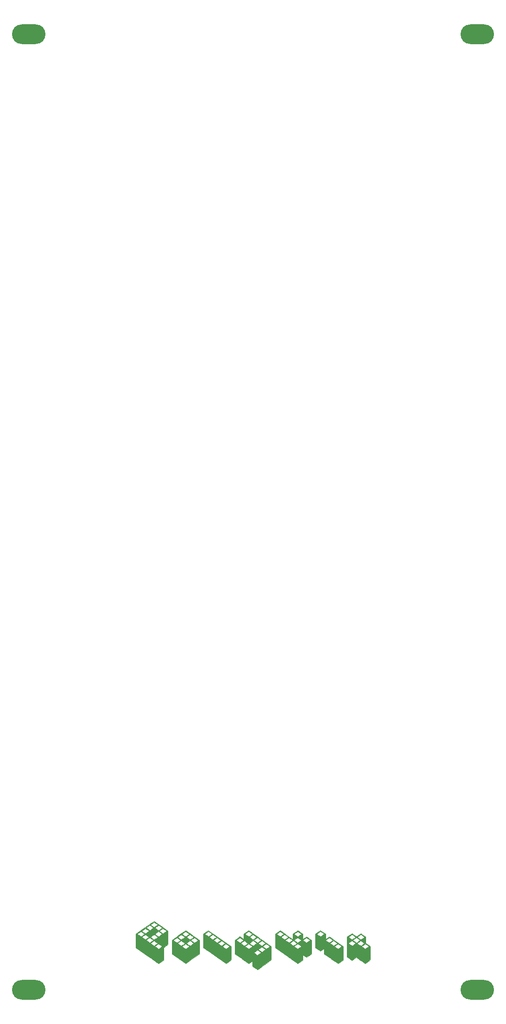
<source format=gbr>
%TF.GenerationSoftware,KiCad,Pcbnew,5.1.10-88a1d61d58~90~ubuntu21.04.1*%
%TF.CreationDate,2021-10-21T11:32:03+02:00*%
%TF.ProjectId,panel-blank-10cm,70616e65-6c2d-4626-9c61-6e6b2d313063,rev?*%
%TF.SameCoordinates,Original*%
%TF.FileFunction,Soldermask,Top*%
%TF.FilePolarity,Negative*%
%FSLAX46Y46*%
G04 Gerber Fmt 4.6, Leading zero omitted, Abs format (unit mm)*
G04 Created by KiCad (PCBNEW 5.1.10-88a1d61d58~90~ubuntu21.04.1) date 2021-10-21 11:32:03*
%MOMM*%
%LPD*%
G01*
G04 APERTURE LIST*
%ADD10C,0.010000*%
%ADD11O,6.800000X4.000000*%
G04 APERTURE END LIST*
D10*
%TO.C,G\u002A\u002A\u002A*%
G36*
X111891219Y-235596785D02*
G01*
X111920317Y-235612789D01*
X111988562Y-235656465D01*
X112088879Y-235723096D01*
X112214192Y-235807958D01*
X112357425Y-235906334D01*
X112414156Y-235945636D01*
X112913757Y-236292556D01*
X112919899Y-237562556D01*
X113362672Y-237873758D01*
X113805445Y-238184959D01*
X113812762Y-239567715D01*
X113820080Y-240950471D01*
X113315121Y-241309680D01*
X113165851Y-241414550D01*
X113030548Y-241507119D01*
X112916400Y-241582669D01*
X112830594Y-241636486D01*
X112780318Y-241663853D01*
X112771581Y-241666330D01*
X112740613Y-241649850D01*
X112669118Y-241604013D01*
X112562377Y-241532442D01*
X112425671Y-241438757D01*
X112264280Y-241326582D01*
X112083485Y-241199540D01*
X111888567Y-241061252D01*
X111865067Y-241044493D01*
X110997135Y-240425217D01*
X110556798Y-240737963D01*
X110418646Y-240834860D01*
X110295855Y-240918662D01*
X110195894Y-240984459D01*
X110126230Y-241027344D01*
X110094332Y-241042410D01*
X110093716Y-241042300D01*
X110064944Y-241024116D01*
X109997283Y-240977992D01*
X109897758Y-240908821D01*
X109773392Y-240821497D01*
X109631210Y-240720912D01*
X109575208Y-240681112D01*
X109079446Y-240328334D01*
X109080224Y-238180798D01*
X112066661Y-238180798D01*
X112083964Y-238206286D01*
X112139397Y-238255162D01*
X112223333Y-238320723D01*
X112326147Y-238396265D01*
X112438211Y-238475086D01*
X112549900Y-238550484D01*
X112651588Y-238615755D01*
X112733649Y-238664199D01*
X112786455Y-238689110D01*
X112798893Y-238690643D01*
X112834254Y-238670087D01*
X112906105Y-238622567D01*
X113005295Y-238554323D01*
X113122671Y-238471598D01*
X113175141Y-238434071D01*
X113292109Y-238347694D01*
X113388378Y-238272047D01*
X113456560Y-238213306D01*
X113489268Y-238177649D01*
X113490248Y-238170587D01*
X113458759Y-238146838D01*
X113391597Y-238098182D01*
X113299266Y-238032177D01*
X113212778Y-237970862D01*
X113098953Y-237890145D01*
X112993171Y-237814588D01*
X112909530Y-237754293D01*
X112871547Y-237726455D01*
X112784316Y-237661486D01*
X112430985Y-237908354D01*
X112307667Y-237995633D01*
X112201624Y-238072806D01*
X112121179Y-238133647D01*
X112074656Y-238171933D01*
X112066661Y-238180798D01*
X109080224Y-238180798D01*
X109080452Y-237552875D01*
X109389751Y-237552875D01*
X109411192Y-237578726D01*
X109470429Y-237627727D01*
X109557717Y-237693232D01*
X109663313Y-237768593D01*
X109777472Y-237847164D01*
X109890450Y-237922298D01*
X109992502Y-237987349D01*
X110073883Y-238035671D01*
X110124851Y-238060616D01*
X110136248Y-238062058D01*
X110169851Y-238039711D01*
X110240798Y-237991540D01*
X110339968Y-237923771D01*
X110458240Y-237842628D01*
X110511533Y-237805976D01*
X110854959Y-237569617D01*
X110854171Y-237569051D01*
X111140489Y-237569051D01*
X111512283Y-237824862D01*
X111639997Y-237910466D01*
X111752518Y-237981617D01*
X111841362Y-238033284D01*
X111898045Y-238060438D01*
X111913427Y-238062691D01*
X111945935Y-238040541D01*
X112015270Y-237991920D01*
X112112371Y-237923227D01*
X112228177Y-237840858D01*
X112274389Y-237807883D01*
X112392088Y-237722571D01*
X112491245Y-237648309D01*
X112563729Y-237591371D01*
X112601410Y-237558037D01*
X112604916Y-237552695D01*
X112582463Y-237531228D01*
X112521259Y-237484114D01*
X112429350Y-237417263D01*
X112314784Y-237336584D01*
X112246319Y-237289341D01*
X111888807Y-237044348D01*
X111619459Y-237231466D01*
X111500182Y-237314541D01*
X111386931Y-237393793D01*
X111294211Y-237459050D01*
X111245300Y-237493818D01*
X111140489Y-237569051D01*
X110854171Y-237569051D01*
X110749758Y-237494101D01*
X110683093Y-237446794D01*
X110584552Y-237377539D01*
X110468662Y-237296523D01*
X110375208Y-237231466D01*
X110105860Y-237044348D01*
X109748347Y-237289341D01*
X109624887Y-237375044D01*
X109519740Y-237450129D01*
X109440954Y-237508684D01*
X109396575Y-237544792D01*
X109389751Y-237552875D01*
X109080452Y-237552875D01*
X109080679Y-236927132D01*
X110277929Y-236927132D01*
X110295976Y-236947828D01*
X110350681Y-236994332D01*
X110432751Y-237059674D01*
X110532893Y-237136882D01*
X110641816Y-237218985D01*
X110750226Y-237299011D01*
X110848830Y-237369988D01*
X110928337Y-237424945D01*
X110979454Y-237456910D01*
X110990817Y-237461960D01*
X111015273Y-237447259D01*
X111077906Y-237405476D01*
X111170749Y-237342035D01*
X111285837Y-237262362D01*
X111364841Y-237207212D01*
X111488288Y-237118771D01*
X111592145Y-237040509D01*
X111668937Y-236978376D01*
X111711192Y-236938319D01*
X111716746Y-236927144D01*
X111685269Y-236897447D01*
X111617594Y-236845200D01*
X111524032Y-236777421D01*
X111414898Y-236701129D01*
X111300504Y-236623342D01*
X111191162Y-236551078D01*
X111097185Y-236491356D01*
X111028887Y-236451195D01*
X110997333Y-236437549D01*
X110962526Y-236452963D01*
X110892359Y-236494524D01*
X110797145Y-236555215D01*
X110687198Y-236628018D01*
X110572830Y-236705914D01*
X110464354Y-236781884D01*
X110372083Y-236848911D01*
X110306330Y-236899977D01*
X110277929Y-236927132D01*
X109080679Y-236927132D01*
X109080905Y-236305037D01*
X109402778Y-236305037D01*
X109424455Y-236329134D01*
X109482957Y-236377937D01*
X109568484Y-236444332D01*
X109671240Y-236521205D01*
X109781428Y-236601443D01*
X109889250Y-236677933D01*
X109984908Y-236743560D01*
X110058605Y-236791212D01*
X110100544Y-236813774D01*
X110104687Y-236814667D01*
X110135300Y-236799227D01*
X110203226Y-236756686D01*
X110299818Y-236692710D01*
X110416431Y-236612967D01*
X110479201Y-236569193D01*
X110600119Y-236482599D01*
X110701918Y-236406378D01*
X110776780Y-236346649D01*
X110816888Y-236309532D01*
X110818869Y-236305924D01*
X111180778Y-236305924D01*
X111202545Y-236330441D01*
X111261294Y-236379424D01*
X111347198Y-236445797D01*
X111450427Y-236522487D01*
X111561155Y-236602418D01*
X111669552Y-236678515D01*
X111765791Y-236743705D01*
X111840044Y-236790912D01*
X111882482Y-236813063D01*
X111886413Y-236813868D01*
X111918288Y-236798523D01*
X111986960Y-236755763D01*
X112083590Y-236691390D01*
X112199341Y-236611209D01*
X112253302Y-236572952D01*
X112372549Y-236486135D01*
X112473396Y-236409497D01*
X112547737Y-236349453D01*
X112587464Y-236312418D01*
X112591889Y-236305037D01*
X112570100Y-236280609D01*
X112511298Y-236231775D01*
X112425327Y-236165597D01*
X112322033Y-236089137D01*
X112211261Y-236009455D01*
X112102857Y-235933614D01*
X112006666Y-235868675D01*
X111932534Y-235821700D01*
X111890305Y-235799750D01*
X111886333Y-235798980D01*
X111852050Y-235814634D01*
X111783801Y-235856879D01*
X111691428Y-235918643D01*
X111584775Y-235992856D01*
X111473685Y-236072444D01*
X111368000Y-236150336D01*
X111277563Y-236219458D01*
X111212217Y-236272741D01*
X111181805Y-236303110D01*
X111180778Y-236305924D01*
X110818869Y-236305924D01*
X110821435Y-236301253D01*
X110796159Y-236276402D01*
X110733995Y-236227296D01*
X110645002Y-236161018D01*
X110539237Y-236084652D01*
X110426757Y-236005282D01*
X110317619Y-235929993D01*
X110221881Y-235865867D01*
X110149601Y-235819990D01*
X110110835Y-235799444D01*
X110108333Y-235798980D01*
X110074275Y-235814608D01*
X110006190Y-235856784D01*
X109913924Y-235918446D01*
X109807321Y-235992534D01*
X109696227Y-236071984D01*
X109590488Y-236149736D01*
X109499948Y-236218729D01*
X109434454Y-236271900D01*
X109403851Y-236302188D01*
X109402778Y-236305037D01*
X109080905Y-236305037D01*
X109080910Y-236292556D01*
X109584683Y-235942715D01*
X109733381Y-235840382D01*
X109866899Y-235750262D01*
X109978195Y-235676963D01*
X110060229Y-235625094D01*
X110105959Y-235599263D01*
X110112506Y-235597252D01*
X110142307Y-235614027D01*
X110210632Y-235658024D01*
X110309763Y-235724097D01*
X110431979Y-235807103D01*
X110566945Y-235900083D01*
X110997333Y-236198536D01*
X111432608Y-235896695D01*
X111570618Y-235801914D01*
X111693111Y-235719537D01*
X111792447Y-235654560D01*
X111860990Y-235611975D01*
X111891102Y-235596780D01*
X111891219Y-235596785D01*
G37*
X111891219Y-235596785D02*
X111920317Y-235612789D01*
X111988562Y-235656465D01*
X112088879Y-235723096D01*
X112214192Y-235807958D01*
X112357425Y-235906334D01*
X112414156Y-235945636D01*
X112913757Y-236292556D01*
X112919899Y-237562556D01*
X113362672Y-237873758D01*
X113805445Y-238184959D01*
X113812762Y-239567715D01*
X113820080Y-240950471D01*
X113315121Y-241309680D01*
X113165851Y-241414550D01*
X113030548Y-241507119D01*
X112916400Y-241582669D01*
X112830594Y-241636486D01*
X112780318Y-241663853D01*
X112771581Y-241666330D01*
X112740613Y-241649850D01*
X112669118Y-241604013D01*
X112562377Y-241532442D01*
X112425671Y-241438757D01*
X112264280Y-241326582D01*
X112083485Y-241199540D01*
X111888567Y-241061252D01*
X111865067Y-241044493D01*
X110997135Y-240425217D01*
X110556798Y-240737963D01*
X110418646Y-240834860D01*
X110295855Y-240918662D01*
X110195894Y-240984459D01*
X110126230Y-241027344D01*
X110094332Y-241042410D01*
X110093716Y-241042300D01*
X110064944Y-241024116D01*
X109997283Y-240977992D01*
X109897758Y-240908821D01*
X109773392Y-240821497D01*
X109631210Y-240720912D01*
X109575208Y-240681112D01*
X109079446Y-240328334D01*
X109080224Y-238180798D01*
X112066661Y-238180798D01*
X112083964Y-238206286D01*
X112139397Y-238255162D01*
X112223333Y-238320723D01*
X112326147Y-238396265D01*
X112438211Y-238475086D01*
X112549900Y-238550484D01*
X112651588Y-238615755D01*
X112733649Y-238664199D01*
X112786455Y-238689110D01*
X112798893Y-238690643D01*
X112834254Y-238670087D01*
X112906105Y-238622567D01*
X113005295Y-238554323D01*
X113122671Y-238471598D01*
X113175141Y-238434071D01*
X113292109Y-238347694D01*
X113388378Y-238272047D01*
X113456560Y-238213306D01*
X113489268Y-238177649D01*
X113490248Y-238170587D01*
X113458759Y-238146838D01*
X113391597Y-238098182D01*
X113299266Y-238032177D01*
X113212778Y-237970862D01*
X113098953Y-237890145D01*
X112993171Y-237814588D01*
X112909530Y-237754293D01*
X112871547Y-237726455D01*
X112784316Y-237661486D01*
X112430985Y-237908354D01*
X112307667Y-237995633D01*
X112201624Y-238072806D01*
X112121179Y-238133647D01*
X112074656Y-238171933D01*
X112066661Y-238180798D01*
X109080224Y-238180798D01*
X109080452Y-237552875D01*
X109389751Y-237552875D01*
X109411192Y-237578726D01*
X109470429Y-237627727D01*
X109557717Y-237693232D01*
X109663313Y-237768593D01*
X109777472Y-237847164D01*
X109890450Y-237922298D01*
X109992502Y-237987349D01*
X110073883Y-238035671D01*
X110124851Y-238060616D01*
X110136248Y-238062058D01*
X110169851Y-238039711D01*
X110240798Y-237991540D01*
X110339968Y-237923771D01*
X110458240Y-237842628D01*
X110511533Y-237805976D01*
X110854959Y-237569617D01*
X110854171Y-237569051D01*
X111140489Y-237569051D01*
X111512283Y-237824862D01*
X111639997Y-237910466D01*
X111752518Y-237981617D01*
X111841362Y-238033284D01*
X111898045Y-238060438D01*
X111913427Y-238062691D01*
X111945935Y-238040541D01*
X112015270Y-237991920D01*
X112112371Y-237923227D01*
X112228177Y-237840858D01*
X112274389Y-237807883D01*
X112392088Y-237722571D01*
X112491245Y-237648309D01*
X112563729Y-237591371D01*
X112601410Y-237558037D01*
X112604916Y-237552695D01*
X112582463Y-237531228D01*
X112521259Y-237484114D01*
X112429350Y-237417263D01*
X112314784Y-237336584D01*
X112246319Y-237289341D01*
X111888807Y-237044348D01*
X111619459Y-237231466D01*
X111500182Y-237314541D01*
X111386931Y-237393793D01*
X111294211Y-237459050D01*
X111245300Y-237493818D01*
X111140489Y-237569051D01*
X110854171Y-237569051D01*
X110749758Y-237494101D01*
X110683093Y-237446794D01*
X110584552Y-237377539D01*
X110468662Y-237296523D01*
X110375208Y-237231466D01*
X110105860Y-237044348D01*
X109748347Y-237289341D01*
X109624887Y-237375044D01*
X109519740Y-237450129D01*
X109440954Y-237508684D01*
X109396575Y-237544792D01*
X109389751Y-237552875D01*
X109080452Y-237552875D01*
X109080679Y-236927132D01*
X110277929Y-236927132D01*
X110295976Y-236947828D01*
X110350681Y-236994332D01*
X110432751Y-237059674D01*
X110532893Y-237136882D01*
X110641816Y-237218985D01*
X110750226Y-237299011D01*
X110848830Y-237369988D01*
X110928337Y-237424945D01*
X110979454Y-237456910D01*
X110990817Y-237461960D01*
X111015273Y-237447259D01*
X111077906Y-237405476D01*
X111170749Y-237342035D01*
X111285837Y-237262362D01*
X111364841Y-237207212D01*
X111488288Y-237118771D01*
X111592145Y-237040509D01*
X111668937Y-236978376D01*
X111711192Y-236938319D01*
X111716746Y-236927144D01*
X111685269Y-236897447D01*
X111617594Y-236845200D01*
X111524032Y-236777421D01*
X111414898Y-236701129D01*
X111300504Y-236623342D01*
X111191162Y-236551078D01*
X111097185Y-236491356D01*
X111028887Y-236451195D01*
X110997333Y-236437549D01*
X110962526Y-236452963D01*
X110892359Y-236494524D01*
X110797145Y-236555215D01*
X110687198Y-236628018D01*
X110572830Y-236705914D01*
X110464354Y-236781884D01*
X110372083Y-236848911D01*
X110306330Y-236899977D01*
X110277929Y-236927132D01*
X109080679Y-236927132D01*
X109080905Y-236305037D01*
X109402778Y-236305037D01*
X109424455Y-236329134D01*
X109482957Y-236377937D01*
X109568484Y-236444332D01*
X109671240Y-236521205D01*
X109781428Y-236601443D01*
X109889250Y-236677933D01*
X109984908Y-236743560D01*
X110058605Y-236791212D01*
X110100544Y-236813774D01*
X110104687Y-236814667D01*
X110135300Y-236799227D01*
X110203226Y-236756686D01*
X110299818Y-236692710D01*
X110416431Y-236612967D01*
X110479201Y-236569193D01*
X110600119Y-236482599D01*
X110701918Y-236406378D01*
X110776780Y-236346649D01*
X110816888Y-236309532D01*
X110818869Y-236305924D01*
X111180778Y-236305924D01*
X111202545Y-236330441D01*
X111261294Y-236379424D01*
X111347198Y-236445797D01*
X111450427Y-236522487D01*
X111561155Y-236602418D01*
X111669552Y-236678515D01*
X111765791Y-236743705D01*
X111840044Y-236790912D01*
X111882482Y-236813063D01*
X111886413Y-236813868D01*
X111918288Y-236798523D01*
X111986960Y-236755763D01*
X112083590Y-236691390D01*
X112199341Y-236611209D01*
X112253302Y-236572952D01*
X112372549Y-236486135D01*
X112473396Y-236409497D01*
X112547737Y-236349453D01*
X112587464Y-236312418D01*
X112591889Y-236305037D01*
X112570100Y-236280609D01*
X112511298Y-236231775D01*
X112425327Y-236165597D01*
X112322033Y-236089137D01*
X112211261Y-236009455D01*
X112102857Y-235933614D01*
X112006666Y-235868675D01*
X111932534Y-235821700D01*
X111890305Y-235799750D01*
X111886333Y-235798980D01*
X111852050Y-235814634D01*
X111783801Y-235856879D01*
X111691428Y-235918643D01*
X111584775Y-235992856D01*
X111473685Y-236072444D01*
X111368000Y-236150336D01*
X111277563Y-236219458D01*
X111212217Y-236272741D01*
X111181805Y-236303110D01*
X111180778Y-236305924D01*
X110818869Y-236305924D01*
X110821435Y-236301253D01*
X110796159Y-236276402D01*
X110733995Y-236227296D01*
X110645002Y-236161018D01*
X110539237Y-236084652D01*
X110426757Y-236005282D01*
X110317619Y-235929993D01*
X110221881Y-235865867D01*
X110149601Y-235819990D01*
X110110835Y-235799444D01*
X110108333Y-235798980D01*
X110074275Y-235814608D01*
X110006190Y-235856784D01*
X109913924Y-235918446D01*
X109807321Y-235992534D01*
X109696227Y-236071984D01*
X109590488Y-236149736D01*
X109499948Y-236218729D01*
X109434454Y-236271900D01*
X109403851Y-236302188D01*
X109402778Y-236305037D01*
X109080905Y-236305037D01*
X109080910Y-236292556D01*
X109584683Y-235942715D01*
X109733381Y-235840382D01*
X109866899Y-235750262D01*
X109978195Y-235676963D01*
X110060229Y-235625094D01*
X110105959Y-235599263D01*
X110112506Y-235597252D01*
X110142307Y-235614027D01*
X110210632Y-235658024D01*
X110309763Y-235724097D01*
X110431979Y-235807103D01*
X110566945Y-235900083D01*
X110997333Y-236198536D01*
X111432608Y-235896695D01*
X111570618Y-235801914D01*
X111693111Y-235719537D01*
X111792447Y-235654560D01*
X111860990Y-235611975D01*
X111891102Y-235596780D01*
X111891219Y-235596785D01*
G36*
X99115084Y-234976333D02*
G01*
X99181506Y-235022123D01*
X99280023Y-235090930D01*
X99403693Y-235177896D01*
X99545571Y-235278165D01*
X99603019Y-235318889D01*
X100100248Y-235671667D01*
X100108957Y-236200590D01*
X100117667Y-236729513D01*
X100478508Y-236473741D01*
X100603232Y-236386827D01*
X100712140Y-236313752D01*
X100796891Y-236259891D01*
X100849147Y-236230618D01*
X100861321Y-236227040D01*
X100889976Y-236245251D01*
X100957758Y-236291084D01*
X101057626Y-236359692D01*
X101182537Y-236446228D01*
X101325449Y-236545845D01*
X101382424Y-236585709D01*
X101881556Y-236935307D01*
X101880839Y-238321376D01*
X101880123Y-239707445D01*
X101648006Y-239867550D01*
X101524661Y-239952803D01*
X101376649Y-240055367D01*
X101225587Y-240160250D01*
X101130931Y-240226098D01*
X100845974Y-240424540D01*
X100481820Y-240170056D01*
X100117667Y-239915572D01*
X100103556Y-240437402D01*
X100089445Y-240959233D01*
X99583883Y-241314061D01*
X99435600Y-241417584D01*
X99302989Y-241509121D01*
X99192923Y-241584011D01*
X99112280Y-241637594D01*
X99067934Y-241665211D01*
X99061772Y-241667945D01*
X99036893Y-241651871D01*
X98969074Y-241605386D01*
X98861445Y-241530686D01*
X98717137Y-241429971D01*
X98539280Y-241305438D01*
X98331006Y-241159286D01*
X98095445Y-240993711D01*
X97835727Y-240810913D01*
X97554985Y-240613090D01*
X97256347Y-240402438D01*
X96942946Y-240181158D01*
X96766278Y-240056327D01*
X94487333Y-238445655D01*
X94487333Y-238189470D01*
X98327324Y-238189470D01*
X98686273Y-238446660D01*
X98811703Y-238534076D01*
X98922963Y-238607016D01*
X99011323Y-238660113D01*
X99068056Y-238688000D01*
X99082893Y-238690560D01*
X99118253Y-238670034D01*
X99190103Y-238622539D01*
X99289291Y-238554316D01*
X99406665Y-238471601D01*
X99459141Y-238434071D01*
X99576109Y-238347694D01*
X99672378Y-238272047D01*
X99740560Y-238213306D01*
X99773268Y-238177649D01*
X99774248Y-238170587D01*
X99742759Y-238146838D01*
X99675597Y-238098182D01*
X99583266Y-238032177D01*
X99496778Y-237970862D01*
X99382967Y-237890155D01*
X99277211Y-237814619D01*
X99193605Y-237754349D01*
X99155641Y-237726527D01*
X99068504Y-237661629D01*
X98697914Y-237925550D01*
X98327324Y-238189470D01*
X94487333Y-238189470D01*
X94487333Y-237548388D01*
X97498704Y-237548388D01*
X97511968Y-237595361D01*
X97565304Y-237648834D01*
X97657932Y-237717184D01*
X97789071Y-237808789D01*
X97809325Y-237823140D01*
X97933002Y-237910891D01*
X98039407Y-237986047D01*
X98120557Y-238042996D01*
X98168469Y-238076128D01*
X98177928Y-238082236D01*
X98202378Y-238067743D01*
X98265013Y-238026133D01*
X98357882Y-237962808D01*
X98473036Y-237883171D01*
X98553163Y-237827254D01*
X98677081Y-237739708D01*
X98782119Y-237664006D01*
X98860707Y-237605725D01*
X98905274Y-237570444D01*
X98912457Y-237562519D01*
X98887684Y-237544654D01*
X98824701Y-237500083D01*
X98731541Y-237434467D01*
X98616238Y-237353466D01*
X98539319Y-237299522D01*
X98174526Y-237043847D01*
X97861985Y-237257953D01*
X97707154Y-237362698D01*
X97595516Y-237440433D01*
X97526293Y-237499538D01*
X97498704Y-237548388D01*
X94487333Y-237548388D01*
X94487333Y-236944841D01*
X96555434Y-236944841D01*
X96580998Y-236963781D01*
X96644738Y-237009234D01*
X96738518Y-237075449D01*
X96854202Y-237156672D01*
X96928689Y-237208782D01*
X97070793Y-237305309D01*
X97186476Y-237378281D01*
X97270145Y-237424419D01*
X97316205Y-237440446D01*
X97321687Y-237439026D01*
X97354732Y-237415145D01*
X97424851Y-237365437D01*
X97522843Y-237296396D01*
X97639507Y-237214513D01*
X97683766Y-237183519D01*
X97800731Y-237099395D01*
X97897522Y-237025429D01*
X97966326Y-236967939D01*
X97997306Y-236935371D01*
X98326731Y-236935371D01*
X98698509Y-237197855D01*
X98825732Y-237285378D01*
X98937973Y-237358268D01*
X99026845Y-237411417D01*
X99083962Y-237439720D01*
X99100088Y-237442373D01*
X99132816Y-237420281D01*
X99202420Y-237371832D01*
X99299796Y-237303407D01*
X99415840Y-237221389D01*
X99461500Y-237189006D01*
X99579333Y-237103986D01*
X99678558Y-237029774D01*
X99751015Y-236972678D01*
X99788546Y-236939005D01*
X99791812Y-236933748D01*
X100133075Y-236933748D01*
X100154368Y-236960314D01*
X100213420Y-237009649D01*
X100300496Y-237075152D01*
X100405864Y-237150222D01*
X100519793Y-237228258D01*
X100632549Y-237302660D01*
X100734400Y-237366826D01*
X100815614Y-237414156D01*
X100866458Y-237438049D01*
X100877857Y-237438885D01*
X100910838Y-237415057D01*
X100980898Y-237365397D01*
X101078843Y-237296393D01*
X101195478Y-237214533D01*
X101239766Y-237183519D01*
X101356731Y-237099395D01*
X101453522Y-237025429D01*
X101522326Y-236967939D01*
X101555330Y-236933244D01*
X101556756Y-236927161D01*
X101530594Y-236904668D01*
X101468201Y-236857166D01*
X101379669Y-236791894D01*
X101275091Y-236716092D01*
X101164562Y-236637000D01*
X101058173Y-236561858D01*
X100966018Y-236497904D01*
X100898190Y-236452379D01*
X100872988Y-236436703D01*
X100841157Y-236446143D01*
X100773733Y-236482337D01*
X100680621Y-236538631D01*
X100571724Y-236608373D01*
X100456946Y-236684909D01*
X100346192Y-236761585D01*
X100249366Y-236831750D01*
X100176372Y-236888750D01*
X100137113Y-236925930D01*
X100133075Y-236933748D01*
X99791812Y-236933748D01*
X99791952Y-236933524D01*
X99770047Y-236912580D01*
X99711502Y-236866440D01*
X99626028Y-236802116D01*
X99523340Y-236726621D01*
X99413150Y-236646965D01*
X99305171Y-236570161D01*
X99209117Y-236503219D01*
X99134701Y-236453153D01*
X99091635Y-236426972D01*
X99087980Y-236425344D01*
X99058525Y-236437923D01*
X98991452Y-236478055D01*
X98895042Y-236540437D01*
X98777573Y-236619766D01*
X98696286Y-236676197D01*
X98326731Y-236935371D01*
X97997306Y-236935371D01*
X97999330Y-236933244D01*
X98000756Y-236927161D01*
X97974611Y-236904690D01*
X97912242Y-236857209D01*
X97823746Y-236791960D01*
X97719219Y-236716186D01*
X97608758Y-236637133D01*
X97502461Y-236562041D01*
X97410424Y-236498156D01*
X97342744Y-236452719D01*
X97317588Y-236437074D01*
X97287088Y-236446533D01*
X97221374Y-236481906D01*
X97129856Y-236536925D01*
X97021941Y-236605321D01*
X96907040Y-236680825D01*
X96794560Y-236757170D01*
X96693911Y-236828087D01*
X96614502Y-236887308D01*
X96565740Y-236928564D01*
X96555434Y-236944841D01*
X94487333Y-236944841D01*
X94487333Y-236304270D01*
X95686778Y-236304270D01*
X95708566Y-236328821D01*
X95767382Y-236377799D01*
X95853405Y-236444149D01*
X95956813Y-236520816D01*
X96067784Y-236600747D01*
X96176498Y-236676886D01*
X96273131Y-236742179D01*
X96347864Y-236789572D01*
X96390874Y-236812009D01*
X96394891Y-236812887D01*
X96427697Y-236797882D01*
X96497147Y-236755407D01*
X96594293Y-236691271D01*
X96710187Y-236611283D01*
X96761780Y-236574729D01*
X96881237Y-236488274D01*
X96983105Y-236412311D01*
X97059019Y-236353253D01*
X97100613Y-236317513D01*
X97105837Y-236310995D01*
X97086623Y-236288542D01*
X97030108Y-236241547D01*
X96945899Y-236176866D01*
X96843601Y-236101355D01*
X96732821Y-236021870D01*
X96623163Y-235945266D01*
X96524233Y-235878398D01*
X96445638Y-235828123D01*
X96396983Y-235801297D01*
X96387995Y-235798667D01*
X96354636Y-235814333D01*
X96287214Y-235856602D01*
X96195566Y-235918382D01*
X96089529Y-235992578D01*
X95978941Y-236072098D01*
X95873640Y-236149849D01*
X95783461Y-236218738D01*
X95718244Y-236271671D01*
X95687824Y-236301556D01*
X95686778Y-236304270D01*
X94487333Y-236304270D01*
X94487333Y-235677036D01*
X94779628Y-235677036D01*
X94822113Y-235712458D01*
X94897283Y-235768518D01*
X94995386Y-235838576D01*
X95106667Y-235915991D01*
X95221373Y-235994124D01*
X95329750Y-236066334D01*
X95422045Y-236125983D01*
X95488504Y-236166430D01*
X95519374Y-236181035D01*
X95519857Y-236180953D01*
X95552597Y-236161709D01*
X95622216Y-236115471D01*
X95719838Y-236048298D01*
X95836591Y-235966254D01*
X95893802Y-235925529D01*
X96013583Y-235839455D01*
X96115160Y-235765575D01*
X96190555Y-235709760D01*
X96231791Y-235677884D01*
X96237111Y-235672788D01*
X96215206Y-235655031D01*
X96154800Y-235610919D01*
X96063854Y-235546148D01*
X95950331Y-235466411D01*
X95882596Y-235419241D01*
X95730133Y-235316547D01*
X95610435Y-235242655D01*
X95527242Y-235199715D01*
X95484298Y-235189880D01*
X95483955Y-235190005D01*
X95447476Y-235210629D01*
X95378004Y-235255180D01*
X95285214Y-235316969D01*
X95178777Y-235389308D01*
X95068365Y-235465509D01*
X94963652Y-235538883D01*
X94874310Y-235602742D01*
X94810011Y-235650397D01*
X94780428Y-235675160D01*
X94779628Y-235677036D01*
X94487333Y-235677036D01*
X94487333Y-235666967D01*
X94997113Y-235307404D01*
X95163530Y-235190407D01*
X95290376Y-235102714D01*
X95383993Y-235040796D01*
X95450724Y-235001128D01*
X95496911Y-234980179D01*
X95528896Y-234974423D01*
X95553021Y-234980332D01*
X95568613Y-234989508D01*
X95603114Y-235013513D01*
X95679128Y-235066877D01*
X95792082Y-235146376D01*
X95937399Y-235248785D01*
X96110507Y-235370876D01*
X96306830Y-235509425D01*
X96521794Y-235661207D01*
X96750824Y-235822994D01*
X96829778Y-235878784D01*
X98029222Y-236726392D01*
X98043333Y-236200232D01*
X98057131Y-235685778D01*
X98354556Y-235685778D01*
X98376150Y-235704456D01*
X98434663Y-235748264D01*
X98520453Y-235810425D01*
X98623878Y-235884161D01*
X98735295Y-235962695D01*
X98845063Y-236039250D01*
X98943539Y-236107049D01*
X99021083Y-236159313D01*
X99068050Y-236189266D01*
X99077279Y-236193778D01*
X99101503Y-236178570D01*
X99163826Y-236136672D01*
X99256041Y-236073672D01*
X99369945Y-235995159D01*
X99431461Y-235952530D01*
X99552867Y-235866669D01*
X99655785Y-235790860D01*
X99732108Y-235731316D01*
X99773729Y-235694247D01*
X99779000Y-235686245D01*
X99757321Y-235662430D01*
X99698817Y-235613903D01*
X99613289Y-235547764D01*
X99510537Y-235471113D01*
X99400361Y-235391052D01*
X99292562Y-235314682D01*
X99196939Y-235249102D01*
X99123294Y-235201413D01*
X99081426Y-235178718D01*
X99077222Y-235177778D01*
X99047171Y-235193103D01*
X98981966Y-235234516D01*
X98891339Y-235295176D01*
X98785021Y-235368244D01*
X98672744Y-235446878D01*
X98564241Y-235524237D01*
X98469241Y-235593480D01*
X98397477Y-235647767D01*
X98358679Y-235680257D01*
X98354556Y-235685778D01*
X98057131Y-235685778D01*
X98057445Y-235674071D01*
X98563530Y-235312397D01*
X98711458Y-235207574D01*
X98843973Y-235115377D01*
X98954254Y-235040410D01*
X99035483Y-234987278D01*
X99080840Y-234960588D01*
X99087703Y-234958418D01*
X99115084Y-234976333D01*
G37*
X99115084Y-234976333D02*
X99181506Y-235022123D01*
X99280023Y-235090930D01*
X99403693Y-235177896D01*
X99545571Y-235278165D01*
X99603019Y-235318889D01*
X100100248Y-235671667D01*
X100108957Y-236200590D01*
X100117667Y-236729513D01*
X100478508Y-236473741D01*
X100603232Y-236386827D01*
X100712140Y-236313752D01*
X100796891Y-236259891D01*
X100849147Y-236230618D01*
X100861321Y-236227040D01*
X100889976Y-236245251D01*
X100957758Y-236291084D01*
X101057626Y-236359692D01*
X101182537Y-236446228D01*
X101325449Y-236545845D01*
X101382424Y-236585709D01*
X101881556Y-236935307D01*
X101880839Y-238321376D01*
X101880123Y-239707445D01*
X101648006Y-239867550D01*
X101524661Y-239952803D01*
X101376649Y-240055367D01*
X101225587Y-240160250D01*
X101130931Y-240226098D01*
X100845974Y-240424540D01*
X100481820Y-240170056D01*
X100117667Y-239915572D01*
X100103556Y-240437402D01*
X100089445Y-240959233D01*
X99583883Y-241314061D01*
X99435600Y-241417584D01*
X99302989Y-241509121D01*
X99192923Y-241584011D01*
X99112280Y-241637594D01*
X99067934Y-241665211D01*
X99061772Y-241667945D01*
X99036893Y-241651871D01*
X98969074Y-241605386D01*
X98861445Y-241530686D01*
X98717137Y-241429971D01*
X98539280Y-241305438D01*
X98331006Y-241159286D01*
X98095445Y-240993711D01*
X97835727Y-240810913D01*
X97554985Y-240613090D01*
X97256347Y-240402438D01*
X96942946Y-240181158D01*
X96766278Y-240056327D01*
X94487333Y-238445655D01*
X94487333Y-238189470D01*
X98327324Y-238189470D01*
X98686273Y-238446660D01*
X98811703Y-238534076D01*
X98922963Y-238607016D01*
X99011323Y-238660113D01*
X99068056Y-238688000D01*
X99082893Y-238690560D01*
X99118253Y-238670034D01*
X99190103Y-238622539D01*
X99289291Y-238554316D01*
X99406665Y-238471601D01*
X99459141Y-238434071D01*
X99576109Y-238347694D01*
X99672378Y-238272047D01*
X99740560Y-238213306D01*
X99773268Y-238177649D01*
X99774248Y-238170587D01*
X99742759Y-238146838D01*
X99675597Y-238098182D01*
X99583266Y-238032177D01*
X99496778Y-237970862D01*
X99382967Y-237890155D01*
X99277211Y-237814619D01*
X99193605Y-237754349D01*
X99155641Y-237726527D01*
X99068504Y-237661629D01*
X98697914Y-237925550D01*
X98327324Y-238189470D01*
X94487333Y-238189470D01*
X94487333Y-237548388D01*
X97498704Y-237548388D01*
X97511968Y-237595361D01*
X97565304Y-237648834D01*
X97657932Y-237717184D01*
X97789071Y-237808789D01*
X97809325Y-237823140D01*
X97933002Y-237910891D01*
X98039407Y-237986047D01*
X98120557Y-238042996D01*
X98168469Y-238076128D01*
X98177928Y-238082236D01*
X98202378Y-238067743D01*
X98265013Y-238026133D01*
X98357882Y-237962808D01*
X98473036Y-237883171D01*
X98553163Y-237827254D01*
X98677081Y-237739708D01*
X98782119Y-237664006D01*
X98860707Y-237605725D01*
X98905274Y-237570444D01*
X98912457Y-237562519D01*
X98887684Y-237544654D01*
X98824701Y-237500083D01*
X98731541Y-237434467D01*
X98616238Y-237353466D01*
X98539319Y-237299522D01*
X98174526Y-237043847D01*
X97861985Y-237257953D01*
X97707154Y-237362698D01*
X97595516Y-237440433D01*
X97526293Y-237499538D01*
X97498704Y-237548388D01*
X94487333Y-237548388D01*
X94487333Y-236944841D01*
X96555434Y-236944841D01*
X96580998Y-236963781D01*
X96644738Y-237009234D01*
X96738518Y-237075449D01*
X96854202Y-237156672D01*
X96928689Y-237208782D01*
X97070793Y-237305309D01*
X97186476Y-237378281D01*
X97270145Y-237424419D01*
X97316205Y-237440446D01*
X97321687Y-237439026D01*
X97354732Y-237415145D01*
X97424851Y-237365437D01*
X97522843Y-237296396D01*
X97639507Y-237214513D01*
X97683766Y-237183519D01*
X97800731Y-237099395D01*
X97897522Y-237025429D01*
X97966326Y-236967939D01*
X97997306Y-236935371D01*
X98326731Y-236935371D01*
X98698509Y-237197855D01*
X98825732Y-237285378D01*
X98937973Y-237358268D01*
X99026845Y-237411417D01*
X99083962Y-237439720D01*
X99100088Y-237442373D01*
X99132816Y-237420281D01*
X99202420Y-237371832D01*
X99299796Y-237303407D01*
X99415840Y-237221389D01*
X99461500Y-237189006D01*
X99579333Y-237103986D01*
X99678558Y-237029774D01*
X99751015Y-236972678D01*
X99788546Y-236939005D01*
X99791812Y-236933748D01*
X100133075Y-236933748D01*
X100154368Y-236960314D01*
X100213420Y-237009649D01*
X100300496Y-237075152D01*
X100405864Y-237150222D01*
X100519793Y-237228258D01*
X100632549Y-237302660D01*
X100734400Y-237366826D01*
X100815614Y-237414156D01*
X100866458Y-237438049D01*
X100877857Y-237438885D01*
X100910838Y-237415057D01*
X100980898Y-237365397D01*
X101078843Y-237296393D01*
X101195478Y-237214533D01*
X101239766Y-237183519D01*
X101356731Y-237099395D01*
X101453522Y-237025429D01*
X101522326Y-236967939D01*
X101555330Y-236933244D01*
X101556756Y-236927161D01*
X101530594Y-236904668D01*
X101468201Y-236857166D01*
X101379669Y-236791894D01*
X101275091Y-236716092D01*
X101164562Y-236637000D01*
X101058173Y-236561858D01*
X100966018Y-236497904D01*
X100898190Y-236452379D01*
X100872988Y-236436703D01*
X100841157Y-236446143D01*
X100773733Y-236482337D01*
X100680621Y-236538631D01*
X100571724Y-236608373D01*
X100456946Y-236684909D01*
X100346192Y-236761585D01*
X100249366Y-236831750D01*
X100176372Y-236888750D01*
X100137113Y-236925930D01*
X100133075Y-236933748D01*
X99791812Y-236933748D01*
X99791952Y-236933524D01*
X99770047Y-236912580D01*
X99711502Y-236866440D01*
X99626028Y-236802116D01*
X99523340Y-236726621D01*
X99413150Y-236646965D01*
X99305171Y-236570161D01*
X99209117Y-236503219D01*
X99134701Y-236453153D01*
X99091635Y-236426972D01*
X99087980Y-236425344D01*
X99058525Y-236437923D01*
X98991452Y-236478055D01*
X98895042Y-236540437D01*
X98777573Y-236619766D01*
X98696286Y-236676197D01*
X98326731Y-236935371D01*
X97997306Y-236935371D01*
X97999330Y-236933244D01*
X98000756Y-236927161D01*
X97974611Y-236904690D01*
X97912242Y-236857209D01*
X97823746Y-236791960D01*
X97719219Y-236716186D01*
X97608758Y-236637133D01*
X97502461Y-236562041D01*
X97410424Y-236498156D01*
X97342744Y-236452719D01*
X97317588Y-236437074D01*
X97287088Y-236446533D01*
X97221374Y-236481906D01*
X97129856Y-236536925D01*
X97021941Y-236605321D01*
X96907040Y-236680825D01*
X96794560Y-236757170D01*
X96693911Y-236828087D01*
X96614502Y-236887308D01*
X96565740Y-236928564D01*
X96555434Y-236944841D01*
X94487333Y-236944841D01*
X94487333Y-236304270D01*
X95686778Y-236304270D01*
X95708566Y-236328821D01*
X95767382Y-236377799D01*
X95853405Y-236444149D01*
X95956813Y-236520816D01*
X96067784Y-236600747D01*
X96176498Y-236676886D01*
X96273131Y-236742179D01*
X96347864Y-236789572D01*
X96390874Y-236812009D01*
X96394891Y-236812887D01*
X96427697Y-236797882D01*
X96497147Y-236755407D01*
X96594293Y-236691271D01*
X96710187Y-236611283D01*
X96761780Y-236574729D01*
X96881237Y-236488274D01*
X96983105Y-236412311D01*
X97059019Y-236353253D01*
X97100613Y-236317513D01*
X97105837Y-236310995D01*
X97086623Y-236288542D01*
X97030108Y-236241547D01*
X96945899Y-236176866D01*
X96843601Y-236101355D01*
X96732821Y-236021870D01*
X96623163Y-235945266D01*
X96524233Y-235878398D01*
X96445638Y-235828123D01*
X96396983Y-235801297D01*
X96387995Y-235798667D01*
X96354636Y-235814333D01*
X96287214Y-235856602D01*
X96195566Y-235918382D01*
X96089529Y-235992578D01*
X95978941Y-236072098D01*
X95873640Y-236149849D01*
X95783461Y-236218738D01*
X95718244Y-236271671D01*
X95687824Y-236301556D01*
X95686778Y-236304270D01*
X94487333Y-236304270D01*
X94487333Y-235677036D01*
X94779628Y-235677036D01*
X94822113Y-235712458D01*
X94897283Y-235768518D01*
X94995386Y-235838576D01*
X95106667Y-235915991D01*
X95221373Y-235994124D01*
X95329750Y-236066334D01*
X95422045Y-236125983D01*
X95488504Y-236166430D01*
X95519374Y-236181035D01*
X95519857Y-236180953D01*
X95552597Y-236161709D01*
X95622216Y-236115471D01*
X95719838Y-236048298D01*
X95836591Y-235966254D01*
X95893802Y-235925529D01*
X96013583Y-235839455D01*
X96115160Y-235765575D01*
X96190555Y-235709760D01*
X96231791Y-235677884D01*
X96237111Y-235672788D01*
X96215206Y-235655031D01*
X96154800Y-235610919D01*
X96063854Y-235546148D01*
X95950331Y-235466411D01*
X95882596Y-235419241D01*
X95730133Y-235316547D01*
X95610435Y-235242655D01*
X95527242Y-235199715D01*
X95484298Y-235189880D01*
X95483955Y-235190005D01*
X95447476Y-235210629D01*
X95378004Y-235255180D01*
X95285214Y-235316969D01*
X95178777Y-235389308D01*
X95068365Y-235465509D01*
X94963652Y-235538883D01*
X94874310Y-235602742D01*
X94810011Y-235650397D01*
X94780428Y-235675160D01*
X94779628Y-235677036D01*
X94487333Y-235677036D01*
X94487333Y-235666967D01*
X94997113Y-235307404D01*
X95163530Y-235190407D01*
X95290376Y-235102714D01*
X95383993Y-235040796D01*
X95450724Y-235001128D01*
X95496911Y-234980179D01*
X95528896Y-234974423D01*
X95553021Y-234980332D01*
X95568613Y-234989508D01*
X95603114Y-235013513D01*
X95679128Y-235066877D01*
X95792082Y-235146376D01*
X95937399Y-235248785D01*
X96110507Y-235370876D01*
X96306830Y-235509425D01*
X96521794Y-235661207D01*
X96750824Y-235822994D01*
X96829778Y-235878784D01*
X98029222Y-236726392D01*
X98043333Y-236200232D01*
X98057131Y-235685778D01*
X98354556Y-235685778D01*
X98376150Y-235704456D01*
X98434663Y-235748264D01*
X98520453Y-235810425D01*
X98623878Y-235884161D01*
X98735295Y-235962695D01*
X98845063Y-236039250D01*
X98943539Y-236107049D01*
X99021083Y-236159313D01*
X99068050Y-236189266D01*
X99077279Y-236193778D01*
X99101503Y-236178570D01*
X99163826Y-236136672D01*
X99256041Y-236073672D01*
X99369945Y-235995159D01*
X99431461Y-235952530D01*
X99552867Y-235866669D01*
X99655785Y-235790860D01*
X99732108Y-235731316D01*
X99773729Y-235694247D01*
X99779000Y-235686245D01*
X99757321Y-235662430D01*
X99698817Y-235613903D01*
X99613289Y-235547764D01*
X99510537Y-235471113D01*
X99400361Y-235391052D01*
X99292562Y-235314682D01*
X99196939Y-235249102D01*
X99123294Y-235201413D01*
X99081426Y-235178718D01*
X99077222Y-235177778D01*
X99047171Y-235193103D01*
X98981966Y-235234516D01*
X98891339Y-235295176D01*
X98785021Y-235368244D01*
X98672744Y-235446878D01*
X98564241Y-235524237D01*
X98469241Y-235593480D01*
X98397477Y-235647767D01*
X98358679Y-235680257D01*
X98354556Y-235685778D01*
X98057131Y-235685778D01*
X98057445Y-235674071D01*
X98563530Y-235312397D01*
X98711458Y-235207574D01*
X98843973Y-235115377D01*
X98954254Y-235040410D01*
X99035483Y-234987278D01*
X99080840Y-234960588D01*
X99087703Y-234958418D01*
X99115084Y-234976333D01*
G36*
X69897681Y-233097414D02*
G01*
X69966677Y-233141726D01*
X70073625Y-233213123D01*
X70214478Y-233308826D01*
X70385189Y-233426054D01*
X70581711Y-233562028D01*
X70799995Y-233713969D01*
X71035995Y-233879095D01*
X71285664Y-234054628D01*
X71297543Y-234063000D01*
X72698917Y-235050778D01*
X72699347Y-236435234D01*
X72699778Y-237819691D01*
X72248222Y-238137614D01*
X71796667Y-238455537D01*
X71796667Y-240960254D01*
X71302156Y-241314572D01*
X71154858Y-241418957D01*
X71021799Y-241511067D01*
X70910165Y-241586103D01*
X70827143Y-241639268D01*
X70779921Y-241665763D01*
X70772989Y-241667848D01*
X70745550Y-241651728D01*
X70675245Y-241605135D01*
X70565234Y-241530273D01*
X70418676Y-241429345D01*
X70238729Y-241304554D01*
X70028554Y-241158105D01*
X69791307Y-240992200D01*
X69530150Y-240809043D01*
X69248239Y-240610838D01*
X68948736Y-240399788D01*
X68634798Y-240178096D01*
X68459389Y-240054031D01*
X66180445Y-238441257D01*
X66180445Y-238193306D01*
X70047717Y-238193306D01*
X70069670Y-238213549D01*
X70128593Y-238258770D01*
X70214822Y-238322148D01*
X70318692Y-238396862D01*
X70430539Y-238476088D01*
X70540700Y-238553007D01*
X70639510Y-238620796D01*
X70717305Y-238672632D01*
X70764421Y-238701695D01*
X70773400Y-238705556D01*
X70799289Y-238690390D01*
X70863226Y-238648597D01*
X70956888Y-238585736D01*
X71071956Y-238507364D01*
X71135395Y-238463769D01*
X71257488Y-238378240D01*
X71361101Y-238303022D01*
X71438149Y-238244194D01*
X71480545Y-238207834D01*
X71486222Y-238199980D01*
X71464320Y-238176176D01*
X71405086Y-238128027D01*
X71318233Y-238062379D01*
X71213474Y-237986079D01*
X71100519Y-237905974D01*
X70989081Y-237828911D01*
X70888871Y-237761735D01*
X70809602Y-237711295D01*
X70760985Y-237684437D01*
X70751388Y-237681932D01*
X70717504Y-237700942D01*
X70650040Y-237745715D01*
X70558658Y-237809227D01*
X70453022Y-237884456D01*
X70342795Y-237964380D01*
X70237641Y-238041975D01*
X70147224Y-238110220D01*
X70081206Y-238162090D01*
X70049252Y-238190564D01*
X70047717Y-238193306D01*
X66180445Y-238193306D01*
X66180445Y-237549263D01*
X69162184Y-237549263D01*
X69176015Y-237571574D01*
X69229629Y-237619341D01*
X69315781Y-237686801D01*
X69427228Y-237768195D01*
X69510917Y-237826609D01*
X69883578Y-238082319D01*
X70168261Y-237885335D01*
X70287210Y-237802501D01*
X70396729Y-237725285D01*
X70484164Y-237662667D01*
X70534656Y-237625336D01*
X70616368Y-237562321D01*
X70409240Y-237416876D01*
X70290092Y-237332834D01*
X70164724Y-237243803D01*
X70057378Y-237167010D01*
X70043021Y-237156668D01*
X69883931Y-237041904D01*
X69535021Y-237284765D01*
X69411353Y-237371162D01*
X69303681Y-237446981D01*
X69220762Y-237506008D01*
X69171353Y-237542032D01*
X69162184Y-237549263D01*
X66180445Y-237549263D01*
X66180445Y-236935371D01*
X68241842Y-236935371D01*
X68613620Y-237197855D01*
X68740843Y-237285378D01*
X68853084Y-237358268D01*
X68941956Y-237411417D01*
X68999073Y-237439720D01*
X69015199Y-237442373D01*
X69047927Y-237420281D01*
X69117531Y-237371832D01*
X69214907Y-237303407D01*
X69330951Y-237221389D01*
X69376611Y-237189006D01*
X69494444Y-237103986D01*
X69593669Y-237029774D01*
X69666126Y-236972678D01*
X69703657Y-236939005D01*
X69707064Y-236933524D01*
X69685159Y-236912580D01*
X69626613Y-236866440D01*
X69541139Y-236802116D01*
X69438451Y-236726621D01*
X69328261Y-236646965D01*
X69220282Y-236570161D01*
X69124228Y-236503219D01*
X69049812Y-236453153D01*
X69006747Y-236426972D01*
X69003091Y-236425344D01*
X68973636Y-236437923D01*
X68906563Y-236478055D01*
X68810153Y-236540437D01*
X68692684Y-236619766D01*
X68611397Y-236676197D01*
X68241842Y-236935371D01*
X66180445Y-236935371D01*
X66180445Y-236303999D01*
X67361641Y-236303999D01*
X67550548Y-236439388D01*
X67667379Y-236523696D01*
X67792240Y-236614689D01*
X67898140Y-236692699D01*
X67898339Y-236692846D01*
X67982549Y-236752120D01*
X68052084Y-236795119D01*
X68092210Y-236812753D01*
X68092728Y-236812791D01*
X68128719Y-236797889D01*
X68199406Y-236756023D01*
X68294142Y-236693849D01*
X68389061Y-236627541D01*
X68504544Y-236544464D01*
X68612676Y-236466274D01*
X68699478Y-236403101D01*
X68742528Y-236371406D01*
X68829432Y-236306667D01*
X69145986Y-236306667D01*
X69168059Y-236327366D01*
X69227542Y-236372460D01*
X69314719Y-236435275D01*
X69419877Y-236509138D01*
X69533299Y-236587376D01*
X69645270Y-236663316D01*
X69746076Y-236730285D01*
X69826000Y-236781610D01*
X69875329Y-236810617D01*
X69885567Y-236814667D01*
X69915678Y-236799175D01*
X69983086Y-236756485D01*
X70079208Y-236692275D01*
X70195460Y-236612223D01*
X70258889Y-236567723D01*
X70380301Y-236481180D01*
X70483531Y-236405990D01*
X70560581Y-236348105D01*
X70603453Y-236313480D01*
X70609584Y-236306667D01*
X70588031Y-236286423D01*
X70528036Y-236239877D01*
X70437511Y-236172926D01*
X70324371Y-236091473D01*
X70256301Y-236043283D01*
X70111309Y-235944249D01*
X69993826Y-235870213D01*
X69909204Y-235824317D01*
X69862795Y-235809702D01*
X69859464Y-235810401D01*
X69820777Y-235832051D01*
X69749109Y-235877930D01*
X69654253Y-235941227D01*
X69546002Y-236015130D01*
X69434148Y-236092827D01*
X69328484Y-236167508D01*
X69238804Y-236232361D01*
X69174899Y-236280573D01*
X69146564Y-236305334D01*
X69145986Y-236306667D01*
X68829432Y-236306667D01*
X68835166Y-236302396D01*
X68488528Y-236059713D01*
X68364124Y-235974513D01*
X68253654Y-235902392D01*
X68166336Y-235849102D01*
X68111391Y-235820395D01*
X68099556Y-235817029D01*
X68062539Y-235832556D01*
X67988906Y-235875307D01*
X67887857Y-235939543D01*
X67768592Y-236019519D01*
X67709432Y-236060514D01*
X67361641Y-236303999D01*
X66180445Y-236303999D01*
X66180445Y-235686859D01*
X66514060Y-235686859D01*
X66517871Y-235696385D01*
X66569898Y-235741929D01*
X66651859Y-235805345D01*
X66753702Y-235879743D01*
X66865376Y-235958234D01*
X66976826Y-236033930D01*
X67078002Y-236099941D01*
X67158850Y-236149378D01*
X67209318Y-236175353D01*
X67219841Y-236177452D01*
X67255598Y-236157886D01*
X67328297Y-236112186D01*
X67428546Y-236046449D01*
X67546949Y-235966770D01*
X67593785Y-235934766D01*
X67713234Y-235851533D01*
X67814011Y-235778886D01*
X67887848Y-235722975D01*
X67926479Y-235689951D01*
X67930222Y-235684492D01*
X67919466Y-235671667D01*
X70066579Y-235671667D01*
X70087658Y-235693865D01*
X70145332Y-235741437D01*
X70230006Y-235807315D01*
X70332085Y-235884428D01*
X70441976Y-235965707D01*
X70550083Y-236044084D01*
X70646813Y-236112489D01*
X70722570Y-236163852D01*
X70767762Y-236191104D01*
X70775034Y-236193671D01*
X70799682Y-236178198D01*
X70862271Y-236135389D01*
X70954852Y-236070777D01*
X71069478Y-235989892D01*
X71147997Y-235934093D01*
X71271156Y-235845815D01*
X71375759Y-235769819D01*
X71454221Y-235711699D01*
X71498956Y-235677051D01*
X71506408Y-235669792D01*
X71482602Y-235652655D01*
X71420812Y-235608333D01*
X71328952Y-235542498D01*
X71214933Y-235460821D01*
X71138609Y-235406163D01*
X70776884Y-235147150D01*
X70422551Y-235395298D01*
X70299864Y-235482898D01*
X70195378Y-235560705D01*
X70117142Y-235622468D01*
X70073205Y-235661938D01*
X70066579Y-235671667D01*
X67919466Y-235671667D01*
X67907732Y-235657676D01*
X67846935Y-235608315D01*
X67757840Y-235543043D01*
X67650460Y-235468494D01*
X67534802Y-235391302D01*
X67420879Y-235318101D01*
X67318700Y-235255526D01*
X67238275Y-235210210D01*
X67189615Y-235188786D01*
X67181506Y-235188301D01*
X67144312Y-235209706D01*
X67070771Y-235257499D01*
X66970474Y-235325268D01*
X66853011Y-235406602D01*
X66813389Y-235434430D01*
X66676536Y-235533103D01*
X66583706Y-235605695D01*
X66530885Y-235655760D01*
X66514060Y-235686859D01*
X66180445Y-235686859D01*
X66180445Y-235669483D01*
X67038701Y-235065555D01*
X67389422Y-235065555D01*
X67392048Y-235074226D01*
X67423559Y-235099360D01*
X67489713Y-235148307D01*
X67580645Y-235214088D01*
X67686492Y-235289723D01*
X67797389Y-235368235D01*
X67903473Y-235442644D01*
X67994879Y-235505972D01*
X68061744Y-235551239D01*
X68094203Y-235571468D01*
X68095494Y-235571912D01*
X68120897Y-235556986D01*
X68184263Y-235515199D01*
X68277351Y-235452109D01*
X68391919Y-235373277D01*
X68456479Y-235328443D01*
X68579524Y-235241978D01*
X68685486Y-235166086D01*
X68765957Y-235106901D01*
X68812527Y-235070558D01*
X68820453Y-235062898D01*
X68805362Y-235043450D01*
X70917230Y-235043450D01*
X71067670Y-235150552D01*
X71162944Y-235218937D01*
X71281583Y-235304880D01*
X71401552Y-235392402D01*
X71429778Y-235413104D01*
X71526237Y-235479921D01*
X71608535Y-235529575D01*
X71664561Y-235555097D01*
X71679115Y-235556577D01*
X71714505Y-235536512D01*
X71786331Y-235489438D01*
X71885406Y-235421583D01*
X72002545Y-235339175D01*
X72053060Y-235303059D01*
X72171480Y-235217361D01*
X72271631Y-235143666D01*
X72345464Y-235087994D01*
X72384930Y-235056364D01*
X72389333Y-235051602D01*
X72367448Y-235032918D01*
X72306988Y-234987712D01*
X72215743Y-234921649D01*
X72101505Y-234840394D01*
X72021434Y-234784092D01*
X71653534Y-234526497D01*
X71285382Y-234784973D01*
X70917230Y-235043450D01*
X68805362Y-235043450D01*
X68803037Y-235040455D01*
X68746488Y-234992101D01*
X68658307Y-234923726D01*
X68545994Y-234841223D01*
X68466524Y-234784855D01*
X68099556Y-234527912D01*
X67730823Y-234786090D01*
X67579701Y-234894230D01*
X67474192Y-234975353D01*
X67411649Y-235031710D01*
X67389422Y-235065555D01*
X67038701Y-235065555D01*
X67954166Y-234421371D01*
X68239849Y-234421371D01*
X68614202Y-234683671D01*
X68741916Y-234771003D01*
X68854449Y-234843898D01*
X68943454Y-234897268D01*
X69000581Y-234926024D01*
X69016778Y-234929042D01*
X69048926Y-234907510D01*
X69118254Y-234859743D01*
X69215772Y-234791976D01*
X69332489Y-234710443D01*
X69383667Y-234674580D01*
X69503720Y-234590281D01*
X69606277Y-234518085D01*
X69682970Y-234463896D01*
X69725432Y-234433618D01*
X69731098Y-234429407D01*
X69726331Y-234424839D01*
X70067785Y-234424839D01*
X70091125Y-234448561D01*
X70152486Y-234498562D01*
X70243776Y-234568565D01*
X70356902Y-234652294D01*
X70419399Y-234697542D01*
X70552885Y-234792908D01*
X70648907Y-234859022D01*
X70715558Y-234899957D01*
X70760930Y-234919787D01*
X70793115Y-234922584D01*
X70820206Y-234912423D01*
X70832034Y-234905257D01*
X70879042Y-234873495D01*
X70960999Y-234816394D01*
X71067041Y-234741584D01*
X71186303Y-234656696D01*
X71207057Y-234641851D01*
X71516601Y-234420262D01*
X71162152Y-234171076D01*
X71037995Y-234084311D01*
X70929723Y-234009630D01*
X70845897Y-233952860D01*
X70795078Y-233919829D01*
X70784494Y-233913955D01*
X70753849Y-233926357D01*
X70688412Y-233965799D01*
X70597886Y-234025366D01*
X70491975Y-234098140D01*
X70380380Y-234177206D01*
X70272805Y-234255647D01*
X70178952Y-234326547D01*
X70108524Y-234382989D01*
X70071223Y-234418058D01*
X70067785Y-234424839D01*
X69726331Y-234424839D01*
X69712645Y-234411726D01*
X69656897Y-234368845D01*
X69573203Y-234307350D01*
X69470912Y-234233826D01*
X69359372Y-234154859D01*
X69247933Y-234077034D01*
X69145943Y-234006937D01*
X69062753Y-233951153D01*
X69007709Y-233916267D01*
X68990573Y-233907778D01*
X68962748Y-233923163D01*
X68897068Y-233965651D01*
X68801754Y-234029744D01*
X68685027Y-234109943D01*
X68606608Y-234164575D01*
X68239849Y-234421371D01*
X67954166Y-234421371D01*
X68012821Y-234380098D01*
X68299825Y-234178268D01*
X68573658Y-233985944D01*
X68822119Y-233811672D01*
X69177932Y-233811672D01*
X69180369Y-233814638D01*
X69217954Y-233845406D01*
X69289138Y-233898297D01*
X69383872Y-233966339D01*
X69492111Y-234042563D01*
X69603808Y-234119999D01*
X69708915Y-234191676D01*
X69797387Y-234250624D01*
X69859175Y-234289873D01*
X69883701Y-234302594D01*
X69912636Y-234287109D01*
X69978701Y-234244288D01*
X70073316Y-234179911D01*
X70187901Y-234099757D01*
X70243656Y-234060107D01*
X70363952Y-233973474D01*
X70467081Y-233897955D01*
X70544655Y-233839789D01*
X70588287Y-233805218D01*
X70594595Y-233799051D01*
X70576747Y-233777321D01*
X70520161Y-233729190D01*
X70432355Y-233660606D01*
X70320850Y-233577512D01*
X70245215Y-233522818D01*
X69884597Y-233264858D01*
X69515501Y-233522818D01*
X69372218Y-233624520D01*
X69271659Y-233700043D01*
X69208984Y-233753600D01*
X69179355Y-233789405D01*
X69177932Y-233811672D01*
X68822119Y-233811672D01*
X68830792Y-233805589D01*
X69067697Y-233639667D01*
X69280843Y-233490644D01*
X69466702Y-233360983D01*
X69621743Y-233253148D01*
X69742437Y-233169604D01*
X69825254Y-233112816D01*
X69866665Y-233085246D01*
X69870684Y-233082967D01*
X69897681Y-233097414D01*
G37*
X69897681Y-233097414D02*
X69966677Y-233141726D01*
X70073625Y-233213123D01*
X70214478Y-233308826D01*
X70385189Y-233426054D01*
X70581711Y-233562028D01*
X70799995Y-233713969D01*
X71035995Y-233879095D01*
X71285664Y-234054628D01*
X71297543Y-234063000D01*
X72698917Y-235050778D01*
X72699347Y-236435234D01*
X72699778Y-237819691D01*
X72248222Y-238137614D01*
X71796667Y-238455537D01*
X71796667Y-240960254D01*
X71302156Y-241314572D01*
X71154858Y-241418957D01*
X71021799Y-241511067D01*
X70910165Y-241586103D01*
X70827143Y-241639268D01*
X70779921Y-241665763D01*
X70772989Y-241667848D01*
X70745550Y-241651728D01*
X70675245Y-241605135D01*
X70565234Y-241530273D01*
X70418676Y-241429345D01*
X70238729Y-241304554D01*
X70028554Y-241158105D01*
X69791307Y-240992200D01*
X69530150Y-240809043D01*
X69248239Y-240610838D01*
X68948736Y-240399788D01*
X68634798Y-240178096D01*
X68459389Y-240054031D01*
X66180445Y-238441257D01*
X66180445Y-238193306D01*
X70047717Y-238193306D01*
X70069670Y-238213549D01*
X70128593Y-238258770D01*
X70214822Y-238322148D01*
X70318692Y-238396862D01*
X70430539Y-238476088D01*
X70540700Y-238553007D01*
X70639510Y-238620796D01*
X70717305Y-238672632D01*
X70764421Y-238701695D01*
X70773400Y-238705556D01*
X70799289Y-238690390D01*
X70863226Y-238648597D01*
X70956888Y-238585736D01*
X71071956Y-238507364D01*
X71135395Y-238463769D01*
X71257488Y-238378240D01*
X71361101Y-238303022D01*
X71438149Y-238244194D01*
X71480545Y-238207834D01*
X71486222Y-238199980D01*
X71464320Y-238176176D01*
X71405086Y-238128027D01*
X71318233Y-238062379D01*
X71213474Y-237986079D01*
X71100519Y-237905974D01*
X70989081Y-237828911D01*
X70888871Y-237761735D01*
X70809602Y-237711295D01*
X70760985Y-237684437D01*
X70751388Y-237681932D01*
X70717504Y-237700942D01*
X70650040Y-237745715D01*
X70558658Y-237809227D01*
X70453022Y-237884456D01*
X70342795Y-237964380D01*
X70237641Y-238041975D01*
X70147224Y-238110220D01*
X70081206Y-238162090D01*
X70049252Y-238190564D01*
X70047717Y-238193306D01*
X66180445Y-238193306D01*
X66180445Y-237549263D01*
X69162184Y-237549263D01*
X69176015Y-237571574D01*
X69229629Y-237619341D01*
X69315781Y-237686801D01*
X69427228Y-237768195D01*
X69510917Y-237826609D01*
X69883578Y-238082319D01*
X70168261Y-237885335D01*
X70287210Y-237802501D01*
X70396729Y-237725285D01*
X70484164Y-237662667D01*
X70534656Y-237625336D01*
X70616368Y-237562321D01*
X70409240Y-237416876D01*
X70290092Y-237332834D01*
X70164724Y-237243803D01*
X70057378Y-237167010D01*
X70043021Y-237156668D01*
X69883931Y-237041904D01*
X69535021Y-237284765D01*
X69411353Y-237371162D01*
X69303681Y-237446981D01*
X69220762Y-237506008D01*
X69171353Y-237542032D01*
X69162184Y-237549263D01*
X66180445Y-237549263D01*
X66180445Y-236935371D01*
X68241842Y-236935371D01*
X68613620Y-237197855D01*
X68740843Y-237285378D01*
X68853084Y-237358268D01*
X68941956Y-237411417D01*
X68999073Y-237439720D01*
X69015199Y-237442373D01*
X69047927Y-237420281D01*
X69117531Y-237371832D01*
X69214907Y-237303407D01*
X69330951Y-237221389D01*
X69376611Y-237189006D01*
X69494444Y-237103986D01*
X69593669Y-237029774D01*
X69666126Y-236972678D01*
X69703657Y-236939005D01*
X69707064Y-236933524D01*
X69685159Y-236912580D01*
X69626613Y-236866440D01*
X69541139Y-236802116D01*
X69438451Y-236726621D01*
X69328261Y-236646965D01*
X69220282Y-236570161D01*
X69124228Y-236503219D01*
X69049812Y-236453153D01*
X69006747Y-236426972D01*
X69003091Y-236425344D01*
X68973636Y-236437923D01*
X68906563Y-236478055D01*
X68810153Y-236540437D01*
X68692684Y-236619766D01*
X68611397Y-236676197D01*
X68241842Y-236935371D01*
X66180445Y-236935371D01*
X66180445Y-236303999D01*
X67361641Y-236303999D01*
X67550548Y-236439388D01*
X67667379Y-236523696D01*
X67792240Y-236614689D01*
X67898140Y-236692699D01*
X67898339Y-236692846D01*
X67982549Y-236752120D01*
X68052084Y-236795119D01*
X68092210Y-236812753D01*
X68092728Y-236812791D01*
X68128719Y-236797889D01*
X68199406Y-236756023D01*
X68294142Y-236693849D01*
X68389061Y-236627541D01*
X68504544Y-236544464D01*
X68612676Y-236466274D01*
X68699478Y-236403101D01*
X68742528Y-236371406D01*
X68829432Y-236306667D01*
X69145986Y-236306667D01*
X69168059Y-236327366D01*
X69227542Y-236372460D01*
X69314719Y-236435275D01*
X69419877Y-236509138D01*
X69533299Y-236587376D01*
X69645270Y-236663316D01*
X69746076Y-236730285D01*
X69826000Y-236781610D01*
X69875329Y-236810617D01*
X69885567Y-236814667D01*
X69915678Y-236799175D01*
X69983086Y-236756485D01*
X70079208Y-236692275D01*
X70195460Y-236612223D01*
X70258889Y-236567723D01*
X70380301Y-236481180D01*
X70483531Y-236405990D01*
X70560581Y-236348105D01*
X70603453Y-236313480D01*
X70609584Y-236306667D01*
X70588031Y-236286423D01*
X70528036Y-236239877D01*
X70437511Y-236172926D01*
X70324371Y-236091473D01*
X70256301Y-236043283D01*
X70111309Y-235944249D01*
X69993826Y-235870213D01*
X69909204Y-235824317D01*
X69862795Y-235809702D01*
X69859464Y-235810401D01*
X69820777Y-235832051D01*
X69749109Y-235877930D01*
X69654253Y-235941227D01*
X69546002Y-236015130D01*
X69434148Y-236092827D01*
X69328484Y-236167508D01*
X69238804Y-236232361D01*
X69174899Y-236280573D01*
X69146564Y-236305334D01*
X69145986Y-236306667D01*
X68829432Y-236306667D01*
X68835166Y-236302396D01*
X68488528Y-236059713D01*
X68364124Y-235974513D01*
X68253654Y-235902392D01*
X68166336Y-235849102D01*
X68111391Y-235820395D01*
X68099556Y-235817029D01*
X68062539Y-235832556D01*
X67988906Y-235875307D01*
X67887857Y-235939543D01*
X67768592Y-236019519D01*
X67709432Y-236060514D01*
X67361641Y-236303999D01*
X66180445Y-236303999D01*
X66180445Y-235686859D01*
X66514060Y-235686859D01*
X66517871Y-235696385D01*
X66569898Y-235741929D01*
X66651859Y-235805345D01*
X66753702Y-235879743D01*
X66865376Y-235958234D01*
X66976826Y-236033930D01*
X67078002Y-236099941D01*
X67158850Y-236149378D01*
X67209318Y-236175353D01*
X67219841Y-236177452D01*
X67255598Y-236157886D01*
X67328297Y-236112186D01*
X67428546Y-236046449D01*
X67546949Y-235966770D01*
X67593785Y-235934766D01*
X67713234Y-235851533D01*
X67814011Y-235778886D01*
X67887848Y-235722975D01*
X67926479Y-235689951D01*
X67930222Y-235684492D01*
X67919466Y-235671667D01*
X70066579Y-235671667D01*
X70087658Y-235693865D01*
X70145332Y-235741437D01*
X70230006Y-235807315D01*
X70332085Y-235884428D01*
X70441976Y-235965707D01*
X70550083Y-236044084D01*
X70646813Y-236112489D01*
X70722570Y-236163852D01*
X70767762Y-236191104D01*
X70775034Y-236193671D01*
X70799682Y-236178198D01*
X70862271Y-236135389D01*
X70954852Y-236070777D01*
X71069478Y-235989892D01*
X71147997Y-235934093D01*
X71271156Y-235845815D01*
X71375759Y-235769819D01*
X71454221Y-235711699D01*
X71498956Y-235677051D01*
X71506408Y-235669792D01*
X71482602Y-235652655D01*
X71420812Y-235608333D01*
X71328952Y-235542498D01*
X71214933Y-235460821D01*
X71138609Y-235406163D01*
X70776884Y-235147150D01*
X70422551Y-235395298D01*
X70299864Y-235482898D01*
X70195378Y-235560705D01*
X70117142Y-235622468D01*
X70073205Y-235661938D01*
X70066579Y-235671667D01*
X67919466Y-235671667D01*
X67907732Y-235657676D01*
X67846935Y-235608315D01*
X67757840Y-235543043D01*
X67650460Y-235468494D01*
X67534802Y-235391302D01*
X67420879Y-235318101D01*
X67318700Y-235255526D01*
X67238275Y-235210210D01*
X67189615Y-235188786D01*
X67181506Y-235188301D01*
X67144312Y-235209706D01*
X67070771Y-235257499D01*
X66970474Y-235325268D01*
X66853011Y-235406602D01*
X66813389Y-235434430D01*
X66676536Y-235533103D01*
X66583706Y-235605695D01*
X66530885Y-235655760D01*
X66514060Y-235686859D01*
X66180445Y-235686859D01*
X66180445Y-235669483D01*
X67038701Y-235065555D01*
X67389422Y-235065555D01*
X67392048Y-235074226D01*
X67423559Y-235099360D01*
X67489713Y-235148307D01*
X67580645Y-235214088D01*
X67686492Y-235289723D01*
X67797389Y-235368235D01*
X67903473Y-235442644D01*
X67994879Y-235505972D01*
X68061744Y-235551239D01*
X68094203Y-235571468D01*
X68095494Y-235571912D01*
X68120897Y-235556986D01*
X68184263Y-235515199D01*
X68277351Y-235452109D01*
X68391919Y-235373277D01*
X68456479Y-235328443D01*
X68579524Y-235241978D01*
X68685486Y-235166086D01*
X68765957Y-235106901D01*
X68812527Y-235070558D01*
X68820453Y-235062898D01*
X68805362Y-235043450D01*
X70917230Y-235043450D01*
X71067670Y-235150552D01*
X71162944Y-235218937D01*
X71281583Y-235304880D01*
X71401552Y-235392402D01*
X71429778Y-235413104D01*
X71526237Y-235479921D01*
X71608535Y-235529575D01*
X71664561Y-235555097D01*
X71679115Y-235556577D01*
X71714505Y-235536512D01*
X71786331Y-235489438D01*
X71885406Y-235421583D01*
X72002545Y-235339175D01*
X72053060Y-235303059D01*
X72171480Y-235217361D01*
X72271631Y-235143666D01*
X72345464Y-235087994D01*
X72384930Y-235056364D01*
X72389333Y-235051602D01*
X72367448Y-235032918D01*
X72306988Y-234987712D01*
X72215743Y-234921649D01*
X72101505Y-234840394D01*
X72021434Y-234784092D01*
X71653534Y-234526497D01*
X71285382Y-234784973D01*
X70917230Y-235043450D01*
X68805362Y-235043450D01*
X68803037Y-235040455D01*
X68746488Y-234992101D01*
X68658307Y-234923726D01*
X68545994Y-234841223D01*
X68466524Y-234784855D01*
X68099556Y-234527912D01*
X67730823Y-234786090D01*
X67579701Y-234894230D01*
X67474192Y-234975353D01*
X67411649Y-235031710D01*
X67389422Y-235065555D01*
X67038701Y-235065555D01*
X67954166Y-234421371D01*
X68239849Y-234421371D01*
X68614202Y-234683671D01*
X68741916Y-234771003D01*
X68854449Y-234843898D01*
X68943454Y-234897268D01*
X69000581Y-234926024D01*
X69016778Y-234929042D01*
X69048926Y-234907510D01*
X69118254Y-234859743D01*
X69215772Y-234791976D01*
X69332489Y-234710443D01*
X69383667Y-234674580D01*
X69503720Y-234590281D01*
X69606277Y-234518085D01*
X69682970Y-234463896D01*
X69725432Y-234433618D01*
X69731098Y-234429407D01*
X69726331Y-234424839D01*
X70067785Y-234424839D01*
X70091125Y-234448561D01*
X70152486Y-234498562D01*
X70243776Y-234568565D01*
X70356902Y-234652294D01*
X70419399Y-234697542D01*
X70552885Y-234792908D01*
X70648907Y-234859022D01*
X70715558Y-234899957D01*
X70760930Y-234919787D01*
X70793115Y-234922584D01*
X70820206Y-234912423D01*
X70832034Y-234905257D01*
X70879042Y-234873495D01*
X70960999Y-234816394D01*
X71067041Y-234741584D01*
X71186303Y-234656696D01*
X71207057Y-234641851D01*
X71516601Y-234420262D01*
X71162152Y-234171076D01*
X71037995Y-234084311D01*
X70929723Y-234009630D01*
X70845897Y-233952860D01*
X70795078Y-233919829D01*
X70784494Y-233913955D01*
X70753849Y-233926357D01*
X70688412Y-233965799D01*
X70597886Y-234025366D01*
X70491975Y-234098140D01*
X70380380Y-234177206D01*
X70272805Y-234255647D01*
X70178952Y-234326547D01*
X70108524Y-234382989D01*
X70071223Y-234418058D01*
X70067785Y-234424839D01*
X69726331Y-234424839D01*
X69712645Y-234411726D01*
X69656897Y-234368845D01*
X69573203Y-234307350D01*
X69470912Y-234233826D01*
X69359372Y-234154859D01*
X69247933Y-234077034D01*
X69145943Y-234006937D01*
X69062753Y-233951153D01*
X69007709Y-233916267D01*
X68990573Y-233907778D01*
X68962748Y-233923163D01*
X68897068Y-233965651D01*
X68801754Y-234029744D01*
X68685027Y-234109943D01*
X68606608Y-234164575D01*
X68239849Y-234421371D01*
X67954166Y-234421371D01*
X68012821Y-234380098D01*
X68299825Y-234178268D01*
X68573658Y-233985944D01*
X68822119Y-233811672D01*
X69177932Y-233811672D01*
X69180369Y-233814638D01*
X69217954Y-233845406D01*
X69289138Y-233898297D01*
X69383872Y-233966339D01*
X69492111Y-234042563D01*
X69603808Y-234119999D01*
X69708915Y-234191676D01*
X69797387Y-234250624D01*
X69859175Y-234289873D01*
X69883701Y-234302594D01*
X69912636Y-234287109D01*
X69978701Y-234244288D01*
X70073316Y-234179911D01*
X70187901Y-234099757D01*
X70243656Y-234060107D01*
X70363952Y-233973474D01*
X70467081Y-233897955D01*
X70544655Y-233839789D01*
X70588287Y-233805218D01*
X70594595Y-233799051D01*
X70576747Y-233777321D01*
X70520161Y-233729190D01*
X70432355Y-233660606D01*
X70320850Y-233577512D01*
X70245215Y-233522818D01*
X69884597Y-233264858D01*
X69515501Y-233522818D01*
X69372218Y-233624520D01*
X69271659Y-233700043D01*
X69208984Y-233753600D01*
X69179355Y-233789405D01*
X69177932Y-233811672D01*
X68822119Y-233811672D01*
X68830792Y-233805589D01*
X69067697Y-233639667D01*
X69280843Y-233490644D01*
X69466702Y-233360983D01*
X69621743Y-233253148D01*
X69742437Y-233169604D01*
X69825254Y-233112816D01*
X69866665Y-233085246D01*
X69870684Y-233082967D01*
X69897681Y-233097414D01*
G36*
X103759214Y-234994289D02*
G01*
X103831526Y-235043687D01*
X103935176Y-235115060D01*
X104062683Y-235203252D01*
X104206564Y-235303108D01*
X104247374Y-235331487D01*
X104732000Y-235668641D01*
X104732000Y-236728711D01*
X105091833Y-236474563D01*
X105216772Y-236387185D01*
X105325936Y-236312469D01*
X105410876Y-236256071D01*
X105463144Y-236223647D01*
X105475052Y-236218063D01*
X105501681Y-236233480D01*
X105570317Y-236278722D01*
X105676910Y-236350985D01*
X105817409Y-236447466D01*
X105987764Y-236565361D01*
X106183922Y-236701867D01*
X106401834Y-236854179D01*
X106637449Y-237019495D01*
X106886716Y-237195010D01*
X106893192Y-237199578D01*
X108287947Y-238183445D01*
X108287974Y-239570583D01*
X108288000Y-240957720D01*
X107801167Y-241303603D01*
X107654928Y-241407507D01*
X107523569Y-241500848D01*
X107414314Y-241578493D01*
X107334386Y-241635308D01*
X107291009Y-241666160D01*
X107286111Y-241669650D01*
X107258663Y-241657399D01*
X107189295Y-241615130D01*
X107082052Y-241545586D01*
X106940977Y-241451510D01*
X106770114Y-241335645D01*
X106573508Y-241200736D01*
X106355203Y-241049525D01*
X106119242Y-240884755D01*
X105869669Y-240709171D01*
X105854744Y-240698630D01*
X104451598Y-239707445D01*
X104443632Y-239180213D01*
X104435667Y-238652982D01*
X104074721Y-238907639D01*
X103931636Y-239005689D01*
X103813790Y-239080579D01*
X103727135Y-239128788D01*
X103677618Y-239146796D01*
X103671704Y-239146153D01*
X103636868Y-239125449D01*
X103563751Y-239076905D01*
X103459863Y-239005683D01*
X103332712Y-238916946D01*
X103189809Y-238815856D01*
X103150705Y-238787975D01*
X102671778Y-238445943D01*
X102671778Y-238190196D01*
X106511691Y-238190196D01*
X106870679Y-238445445D01*
X106995284Y-238533201D01*
X107104098Y-238608249D01*
X107188703Y-238664909D01*
X107240683Y-238697499D01*
X107252464Y-238703125D01*
X107282314Y-238688494D01*
X107349463Y-238646562D01*
X107445357Y-238582942D01*
X107561440Y-238503249D01*
X107625112Y-238458612D01*
X107746637Y-238371730D01*
X107849998Y-238295736D01*
X107927166Y-238236698D01*
X107970115Y-238200686D01*
X107976259Y-238193125D01*
X107954921Y-238171238D01*
X107895188Y-238122958D01*
X107804885Y-238054290D01*
X107691835Y-237971243D01*
X107619693Y-237919399D01*
X107261830Y-237664214D01*
X106991748Y-237851844D01*
X106872323Y-237935022D01*
X106758920Y-238014380D01*
X106666017Y-238079765D01*
X106616679Y-238114834D01*
X106511691Y-238190196D01*
X102671778Y-238190196D01*
X102671778Y-237586101D01*
X105663812Y-237586101D01*
X105669373Y-237594513D01*
X105699860Y-237618389D01*
X105765946Y-237666804D01*
X105857339Y-237732495D01*
X105963750Y-237808194D01*
X106074889Y-237886638D01*
X106180466Y-237960560D01*
X106270191Y-238022695D01*
X106333773Y-238065779D01*
X106360268Y-238082316D01*
X106383889Y-238067675D01*
X106445537Y-238025720D01*
X106537304Y-237961933D01*
X106651278Y-237881796D01*
X106727157Y-237828057D01*
X106851125Y-237739897D01*
X106957885Y-237663715D01*
X107039404Y-237605263D01*
X107087648Y-237570295D01*
X107097254Y-237563007D01*
X107078335Y-237544976D01*
X107020445Y-237500605D01*
X106931170Y-237435464D01*
X106818097Y-237355124D01*
X106737240Y-237298647D01*
X106368528Y-237042728D01*
X106000804Y-237300618D01*
X105860022Y-237400663D01*
X105761220Y-237474545D01*
X105699109Y-237526953D01*
X105668402Y-237562575D01*
X105663812Y-237586101D01*
X102671778Y-237586101D01*
X102671778Y-236944841D01*
X104739878Y-236944841D01*
X104765444Y-236963782D01*
X104829180Y-237009233D01*
X104922944Y-237075437D01*
X105038594Y-237156636D01*
X105112649Y-237208443D01*
X105474960Y-237461586D01*
X105745536Y-237273613D01*
X105864947Y-237190446D01*
X105978231Y-237111177D01*
X106070972Y-237045913D01*
X106120421Y-237010769D01*
X106224730Y-236935899D01*
X105868438Y-236684783D01*
X105744155Y-236597572D01*
X105635930Y-236522354D01*
X105552235Y-236464961D01*
X105501542Y-236431225D01*
X105490872Y-236424896D01*
X105462648Y-236437048D01*
X105399105Y-236475329D01*
X105309594Y-236533262D01*
X105203468Y-236604374D01*
X105090080Y-236682190D01*
X104978780Y-236760235D01*
X104878921Y-236832034D01*
X104799855Y-236891113D01*
X104750933Y-236930996D01*
X104739878Y-236944841D01*
X102671778Y-236944841D01*
X102671778Y-235677548D01*
X102964793Y-235677548D01*
X102992512Y-235699251D01*
X103055685Y-235745726D01*
X103144684Y-235810120D01*
X103249885Y-235885580D01*
X103361661Y-235965254D01*
X103470385Y-236042288D01*
X103566431Y-236109831D01*
X103640174Y-236161028D01*
X103681987Y-236189028D01*
X103687778Y-236192233D01*
X103714554Y-236177308D01*
X103779034Y-236135286D01*
X103872902Y-236071758D01*
X103987846Y-235992313D01*
X104052957Y-235946727D01*
X104174665Y-235859307D01*
X104277809Y-235781698D01*
X104354417Y-235720180D01*
X104396515Y-235681033D01*
X104402126Y-235671667D01*
X104379476Y-235646497D01*
X104318286Y-235595733D01*
X104226615Y-235525628D01*
X104112523Y-235442436D01*
X104046194Y-235395508D01*
X103692161Y-235147571D01*
X103325641Y-235409619D01*
X103202128Y-235498513D01*
X103097090Y-235575235D01*
X103018092Y-235634165D01*
X102972703Y-235669686D01*
X102964793Y-235677548D01*
X102671778Y-235677548D01*
X102671778Y-235666967D01*
X103180235Y-235308337D01*
X103374347Y-235173665D01*
X103526901Y-235072749D01*
X103637220Y-235006006D01*
X103704629Y-234973852D01*
X103725719Y-234972020D01*
X103759214Y-234994289D01*
G37*
X103759214Y-234994289D02*
X103831526Y-235043687D01*
X103935176Y-235115060D01*
X104062683Y-235203252D01*
X104206564Y-235303108D01*
X104247374Y-235331487D01*
X104732000Y-235668641D01*
X104732000Y-236728711D01*
X105091833Y-236474563D01*
X105216772Y-236387185D01*
X105325936Y-236312469D01*
X105410876Y-236256071D01*
X105463144Y-236223647D01*
X105475052Y-236218063D01*
X105501681Y-236233480D01*
X105570317Y-236278722D01*
X105676910Y-236350985D01*
X105817409Y-236447466D01*
X105987764Y-236565361D01*
X106183922Y-236701867D01*
X106401834Y-236854179D01*
X106637449Y-237019495D01*
X106886716Y-237195010D01*
X106893192Y-237199578D01*
X108287947Y-238183445D01*
X108287974Y-239570583D01*
X108288000Y-240957720D01*
X107801167Y-241303603D01*
X107654928Y-241407507D01*
X107523569Y-241500848D01*
X107414314Y-241578493D01*
X107334386Y-241635308D01*
X107291009Y-241666160D01*
X107286111Y-241669650D01*
X107258663Y-241657399D01*
X107189295Y-241615130D01*
X107082052Y-241545586D01*
X106940977Y-241451510D01*
X106770114Y-241335645D01*
X106573508Y-241200736D01*
X106355203Y-241049525D01*
X106119242Y-240884755D01*
X105869669Y-240709171D01*
X105854744Y-240698630D01*
X104451598Y-239707445D01*
X104443632Y-239180213D01*
X104435667Y-238652982D01*
X104074721Y-238907639D01*
X103931636Y-239005689D01*
X103813790Y-239080579D01*
X103727135Y-239128788D01*
X103677618Y-239146796D01*
X103671704Y-239146153D01*
X103636868Y-239125449D01*
X103563751Y-239076905D01*
X103459863Y-239005683D01*
X103332712Y-238916946D01*
X103189809Y-238815856D01*
X103150705Y-238787975D01*
X102671778Y-238445943D01*
X102671778Y-238190196D01*
X106511691Y-238190196D01*
X106870679Y-238445445D01*
X106995284Y-238533201D01*
X107104098Y-238608249D01*
X107188703Y-238664909D01*
X107240683Y-238697499D01*
X107252464Y-238703125D01*
X107282314Y-238688494D01*
X107349463Y-238646562D01*
X107445357Y-238582942D01*
X107561440Y-238503249D01*
X107625112Y-238458612D01*
X107746637Y-238371730D01*
X107849998Y-238295736D01*
X107927166Y-238236698D01*
X107970115Y-238200686D01*
X107976259Y-238193125D01*
X107954921Y-238171238D01*
X107895188Y-238122958D01*
X107804885Y-238054290D01*
X107691835Y-237971243D01*
X107619693Y-237919399D01*
X107261830Y-237664214D01*
X106991748Y-237851844D01*
X106872323Y-237935022D01*
X106758920Y-238014380D01*
X106666017Y-238079765D01*
X106616679Y-238114834D01*
X106511691Y-238190196D01*
X102671778Y-238190196D01*
X102671778Y-237586101D01*
X105663812Y-237586101D01*
X105669373Y-237594513D01*
X105699860Y-237618389D01*
X105765946Y-237666804D01*
X105857339Y-237732495D01*
X105963750Y-237808194D01*
X106074889Y-237886638D01*
X106180466Y-237960560D01*
X106270191Y-238022695D01*
X106333773Y-238065779D01*
X106360268Y-238082316D01*
X106383889Y-238067675D01*
X106445537Y-238025720D01*
X106537304Y-237961933D01*
X106651278Y-237881796D01*
X106727157Y-237828057D01*
X106851125Y-237739897D01*
X106957885Y-237663715D01*
X107039404Y-237605263D01*
X107087648Y-237570295D01*
X107097254Y-237563007D01*
X107078335Y-237544976D01*
X107020445Y-237500605D01*
X106931170Y-237435464D01*
X106818097Y-237355124D01*
X106737240Y-237298647D01*
X106368528Y-237042728D01*
X106000804Y-237300618D01*
X105860022Y-237400663D01*
X105761220Y-237474545D01*
X105699109Y-237526953D01*
X105668402Y-237562575D01*
X105663812Y-237586101D01*
X102671778Y-237586101D01*
X102671778Y-236944841D01*
X104739878Y-236944841D01*
X104765444Y-236963782D01*
X104829180Y-237009233D01*
X104922944Y-237075437D01*
X105038594Y-237156636D01*
X105112649Y-237208443D01*
X105474960Y-237461586D01*
X105745536Y-237273613D01*
X105864947Y-237190446D01*
X105978231Y-237111177D01*
X106070972Y-237045913D01*
X106120421Y-237010769D01*
X106224730Y-236935899D01*
X105868438Y-236684783D01*
X105744155Y-236597572D01*
X105635930Y-236522354D01*
X105552235Y-236464961D01*
X105501542Y-236431225D01*
X105490872Y-236424896D01*
X105462648Y-236437048D01*
X105399105Y-236475329D01*
X105309594Y-236533262D01*
X105203468Y-236604374D01*
X105090080Y-236682190D01*
X104978780Y-236760235D01*
X104878921Y-236832034D01*
X104799855Y-236891113D01*
X104750933Y-236930996D01*
X104739878Y-236944841D01*
X102671778Y-236944841D01*
X102671778Y-235677548D01*
X102964793Y-235677548D01*
X102992512Y-235699251D01*
X103055685Y-235745726D01*
X103144684Y-235810120D01*
X103249885Y-235885580D01*
X103361661Y-235965254D01*
X103470385Y-236042288D01*
X103566431Y-236109831D01*
X103640174Y-236161028D01*
X103681987Y-236189028D01*
X103687778Y-236192233D01*
X103714554Y-236177308D01*
X103779034Y-236135286D01*
X103872902Y-236071758D01*
X103987846Y-235992313D01*
X104052957Y-235946727D01*
X104174665Y-235859307D01*
X104277809Y-235781698D01*
X104354417Y-235720180D01*
X104396515Y-235681033D01*
X104402126Y-235671667D01*
X104379476Y-235646497D01*
X104318286Y-235595733D01*
X104226615Y-235525628D01*
X104112523Y-235442436D01*
X104046194Y-235395508D01*
X103692161Y-235147571D01*
X103325641Y-235409619D01*
X103202128Y-235498513D01*
X103097090Y-235575235D01*
X103018092Y-235634165D01*
X102972703Y-235669686D01*
X102964793Y-235677548D01*
X102671778Y-235677548D01*
X102671778Y-235666967D01*
X103180235Y-235308337D01*
X103374347Y-235173665D01*
X103526901Y-235072749D01*
X103637220Y-235006006D01*
X103704629Y-234973852D01*
X103725719Y-234972020D01*
X103759214Y-234994289D01*
G36*
X83211595Y-236565592D02*
G01*
X85510608Y-238183445D01*
X85511637Y-239568829D01*
X85512667Y-240954214D01*
X85152833Y-241210589D01*
X85013775Y-241309731D01*
X84876982Y-241407373D01*
X84755428Y-241494248D01*
X84662085Y-241561087D01*
X84637301Y-241578880D01*
X84481602Y-241690796D01*
X82308968Y-240155738D01*
X81993260Y-239932630D01*
X81688498Y-239717164D01*
X81398128Y-239511784D01*
X81125598Y-239318932D01*
X80874354Y-239141049D01*
X80647844Y-238980577D01*
X80449513Y-238839960D01*
X80282810Y-238721638D01*
X80151180Y-238628054D01*
X80058071Y-238561650D01*
X80006929Y-238524869D01*
X80002010Y-238521259D01*
X79867686Y-238421839D01*
X79868955Y-238183488D01*
X83740622Y-238183488D01*
X83758972Y-238201180D01*
X83814504Y-238244181D01*
X83897864Y-238305856D01*
X83999701Y-238379567D01*
X84110661Y-238458678D01*
X84221392Y-238536553D01*
X84322541Y-238606555D01*
X84404755Y-238662048D01*
X84458682Y-238696394D01*
X84474589Y-238704301D01*
X84503518Y-238689158D01*
X84569566Y-238646634D01*
X84664157Y-238582485D01*
X84778716Y-238502463D01*
X84834545Y-238462774D01*
X84955050Y-238375892D01*
X85058554Y-238299831D01*
X85136606Y-238240915D01*
X85180755Y-238205465D01*
X85187271Y-238198915D01*
X85171331Y-238174852D01*
X85117963Y-238126714D01*
X85036322Y-238062301D01*
X84968426Y-238012538D01*
X84851887Y-237929457D01*
X84736096Y-237846907D01*
X84639478Y-237778026D01*
X84606926Y-237754818D01*
X84477296Y-237662398D01*
X84113037Y-237919512D01*
X83988513Y-238007474D01*
X83881258Y-238083365D01*
X83799273Y-238141510D01*
X83750564Y-238176237D01*
X83740622Y-238183488D01*
X79868955Y-238183488D01*
X79872131Y-237587486D01*
X82887530Y-237587486D01*
X82919540Y-237612828D01*
X82988795Y-237663767D01*
X83086175Y-237733712D01*
X83202556Y-237816070D01*
X83247153Y-237847352D01*
X83377873Y-237938205D01*
X83471092Y-238000323D01*
X83535253Y-238037754D01*
X83578803Y-238054546D01*
X83610187Y-238054747D01*
X83637852Y-238042405D01*
X83644923Y-238037997D01*
X83692041Y-238006137D01*
X83774036Y-237948991D01*
X83879968Y-237874242D01*
X83998901Y-237789574D01*
X84017174Y-237776502D01*
X84323946Y-237556898D01*
X83976976Y-237314154D01*
X83853651Y-237228574D01*
X83745823Y-237155063D01*
X83662316Y-237099536D01*
X83611952Y-237067906D01*
X83602260Y-237062983D01*
X83567398Y-237074203D01*
X83499883Y-237112720D01*
X83408970Y-237171744D01*
X83303911Y-237244484D01*
X83193962Y-237324149D01*
X83088376Y-237403948D01*
X82996407Y-237477089D01*
X82927308Y-237536783D01*
X82890334Y-237576237D01*
X82887530Y-237587486D01*
X79872131Y-237587486D01*
X79875010Y-237047113D01*
X79875498Y-236955459D01*
X81975572Y-236955459D01*
X82005945Y-236978289D01*
X82073987Y-237027082D01*
X82170972Y-237095651D01*
X82288174Y-237177809D01*
X82348916Y-237220163D01*
X82495188Y-237318991D01*
X82609987Y-237390269D01*
X82689151Y-237431598D01*
X82728519Y-237440578D01*
X82729916Y-237439758D01*
X82763299Y-237415599D01*
X82833721Y-237365644D01*
X82931947Y-237296414D01*
X83048739Y-237214430D01*
X83092611Y-237183706D01*
X83210692Y-237099757D01*
X83310074Y-237026606D01*
X83382541Y-236970494D01*
X83419879Y-236937666D01*
X83423146Y-236932535D01*
X83400969Y-236908326D01*
X83343755Y-236862923D01*
X83263723Y-236805999D01*
X83260869Y-236804059D01*
X83156657Y-236732854D01*
X83031416Y-236646578D01*
X82910320Y-236562578D01*
X82897473Y-236553622D01*
X82695280Y-236412571D01*
X82323712Y-236673446D01*
X82200149Y-236762398D01*
X82096904Y-236840965D01*
X82021161Y-236903328D01*
X81980107Y-236943665D01*
X81975572Y-236955459D01*
X79875498Y-236955459D01*
X79878982Y-236301336D01*
X81089455Y-236301336D01*
X81108787Y-236323359D01*
X81165235Y-236370154D01*
X81249202Y-236434813D01*
X81351087Y-236510430D01*
X81461293Y-236590098D01*
X81570218Y-236666910D01*
X81668264Y-236733959D01*
X81745832Y-236784338D01*
X81793322Y-236811141D01*
X81801559Y-236813710D01*
X81834685Y-236798739D01*
X81903382Y-236757342D01*
X81997360Y-236695997D01*
X82097892Y-236627101D01*
X82215178Y-236544687D01*
X82324885Y-236467018D01*
X82413163Y-236403930D01*
X82458929Y-236370659D01*
X82551969Y-236301784D01*
X82196200Y-236050226D01*
X82071716Y-235963394D01*
X81962622Y-235889533D01*
X81877517Y-235834292D01*
X81824998Y-235803316D01*
X81813219Y-235798667D01*
X81781814Y-235814087D01*
X81714896Y-235855720D01*
X81622462Y-235916621D01*
X81514507Y-235989848D01*
X81401031Y-236068458D01*
X81292028Y-236145508D01*
X81197497Y-236214054D01*
X81127434Y-236267154D01*
X81091836Y-236297864D01*
X81089455Y-236301336D01*
X79878982Y-236301336D01*
X79882326Y-235673528D01*
X80192778Y-235673528D01*
X80214217Y-235692498D01*
X80272176Y-235737174D01*
X80357117Y-235800635D01*
X80459502Y-235875957D01*
X80569793Y-235956217D01*
X80678452Y-236034494D01*
X80775942Y-236103864D01*
X80852724Y-236157405D01*
X80899261Y-236188193D01*
X80908383Y-236192918D01*
X80933786Y-236177951D01*
X80997154Y-236136128D01*
X81090245Y-236073011D01*
X81204816Y-235994162D01*
X81269368Y-235949332D01*
X81392413Y-235862867D01*
X81498375Y-235786975D01*
X81578846Y-235727790D01*
X81625415Y-235691446D01*
X81633342Y-235683786D01*
X81615921Y-235661349D01*
X81559362Y-235612993D01*
X81471159Y-235544603D01*
X81358805Y-235462066D01*
X81278755Y-235405284D01*
X80911129Y-235147880D01*
X80551953Y-235404671D01*
X80429192Y-235493168D01*
X80324483Y-235570046D01*
X80245638Y-235629455D01*
X80200469Y-235665548D01*
X80192778Y-235673528D01*
X79882326Y-235673528D01*
X79882333Y-235672387D01*
X80397458Y-235310063D01*
X80912582Y-234947738D01*
X83211595Y-236565592D01*
G37*
X83211595Y-236565592D02*
X85510608Y-238183445D01*
X85511637Y-239568829D01*
X85512667Y-240954214D01*
X85152833Y-241210589D01*
X85013775Y-241309731D01*
X84876982Y-241407373D01*
X84755428Y-241494248D01*
X84662085Y-241561087D01*
X84637301Y-241578880D01*
X84481602Y-241690796D01*
X82308968Y-240155738D01*
X81993260Y-239932630D01*
X81688498Y-239717164D01*
X81398128Y-239511784D01*
X81125598Y-239318932D01*
X80874354Y-239141049D01*
X80647844Y-238980577D01*
X80449513Y-238839960D01*
X80282810Y-238721638D01*
X80151180Y-238628054D01*
X80058071Y-238561650D01*
X80006929Y-238524869D01*
X80002010Y-238521259D01*
X79867686Y-238421839D01*
X79868955Y-238183488D01*
X83740622Y-238183488D01*
X83758972Y-238201180D01*
X83814504Y-238244181D01*
X83897864Y-238305856D01*
X83999701Y-238379567D01*
X84110661Y-238458678D01*
X84221392Y-238536553D01*
X84322541Y-238606555D01*
X84404755Y-238662048D01*
X84458682Y-238696394D01*
X84474589Y-238704301D01*
X84503518Y-238689158D01*
X84569566Y-238646634D01*
X84664157Y-238582485D01*
X84778716Y-238502463D01*
X84834545Y-238462774D01*
X84955050Y-238375892D01*
X85058554Y-238299831D01*
X85136606Y-238240915D01*
X85180755Y-238205465D01*
X85187271Y-238198915D01*
X85171331Y-238174852D01*
X85117963Y-238126714D01*
X85036322Y-238062301D01*
X84968426Y-238012538D01*
X84851887Y-237929457D01*
X84736096Y-237846907D01*
X84639478Y-237778026D01*
X84606926Y-237754818D01*
X84477296Y-237662398D01*
X84113037Y-237919512D01*
X83988513Y-238007474D01*
X83881258Y-238083365D01*
X83799273Y-238141510D01*
X83750564Y-238176237D01*
X83740622Y-238183488D01*
X79868955Y-238183488D01*
X79872131Y-237587486D01*
X82887530Y-237587486D01*
X82919540Y-237612828D01*
X82988795Y-237663767D01*
X83086175Y-237733712D01*
X83202556Y-237816070D01*
X83247153Y-237847352D01*
X83377873Y-237938205D01*
X83471092Y-238000323D01*
X83535253Y-238037754D01*
X83578803Y-238054546D01*
X83610187Y-238054747D01*
X83637852Y-238042405D01*
X83644923Y-238037997D01*
X83692041Y-238006137D01*
X83774036Y-237948991D01*
X83879968Y-237874242D01*
X83998901Y-237789574D01*
X84017174Y-237776502D01*
X84323946Y-237556898D01*
X83976976Y-237314154D01*
X83853651Y-237228574D01*
X83745823Y-237155063D01*
X83662316Y-237099536D01*
X83611952Y-237067906D01*
X83602260Y-237062983D01*
X83567398Y-237074203D01*
X83499883Y-237112720D01*
X83408970Y-237171744D01*
X83303911Y-237244484D01*
X83193962Y-237324149D01*
X83088376Y-237403948D01*
X82996407Y-237477089D01*
X82927308Y-237536783D01*
X82890334Y-237576237D01*
X82887530Y-237587486D01*
X79872131Y-237587486D01*
X79875010Y-237047113D01*
X79875498Y-236955459D01*
X81975572Y-236955459D01*
X82005945Y-236978289D01*
X82073987Y-237027082D01*
X82170972Y-237095651D01*
X82288174Y-237177809D01*
X82348916Y-237220163D01*
X82495188Y-237318991D01*
X82609987Y-237390269D01*
X82689151Y-237431598D01*
X82728519Y-237440578D01*
X82729916Y-237439758D01*
X82763299Y-237415599D01*
X82833721Y-237365644D01*
X82931947Y-237296414D01*
X83048739Y-237214430D01*
X83092611Y-237183706D01*
X83210692Y-237099757D01*
X83310074Y-237026606D01*
X83382541Y-236970494D01*
X83419879Y-236937666D01*
X83423146Y-236932535D01*
X83400969Y-236908326D01*
X83343755Y-236862923D01*
X83263723Y-236805999D01*
X83260869Y-236804059D01*
X83156657Y-236732854D01*
X83031416Y-236646578D01*
X82910320Y-236562578D01*
X82897473Y-236553622D01*
X82695280Y-236412571D01*
X82323712Y-236673446D01*
X82200149Y-236762398D01*
X82096904Y-236840965D01*
X82021161Y-236903328D01*
X81980107Y-236943665D01*
X81975572Y-236955459D01*
X79875498Y-236955459D01*
X79878982Y-236301336D01*
X81089455Y-236301336D01*
X81108787Y-236323359D01*
X81165235Y-236370154D01*
X81249202Y-236434813D01*
X81351087Y-236510430D01*
X81461293Y-236590098D01*
X81570218Y-236666910D01*
X81668264Y-236733959D01*
X81745832Y-236784338D01*
X81793322Y-236811141D01*
X81801559Y-236813710D01*
X81834685Y-236798739D01*
X81903382Y-236757342D01*
X81997360Y-236695997D01*
X82097892Y-236627101D01*
X82215178Y-236544687D01*
X82324885Y-236467018D01*
X82413163Y-236403930D01*
X82458929Y-236370659D01*
X82551969Y-236301784D01*
X82196200Y-236050226D01*
X82071716Y-235963394D01*
X81962622Y-235889533D01*
X81877517Y-235834292D01*
X81824998Y-235803316D01*
X81813219Y-235798667D01*
X81781814Y-235814087D01*
X81714896Y-235855720D01*
X81622462Y-235916621D01*
X81514507Y-235989848D01*
X81401031Y-236068458D01*
X81292028Y-236145508D01*
X81197497Y-236214054D01*
X81127434Y-236267154D01*
X81091836Y-236297864D01*
X81089455Y-236301336D01*
X79878982Y-236301336D01*
X79882326Y-235673528D01*
X80192778Y-235673528D01*
X80214217Y-235692498D01*
X80272176Y-235737174D01*
X80357117Y-235800635D01*
X80459502Y-235875957D01*
X80569793Y-235956217D01*
X80678452Y-236034494D01*
X80775942Y-236103864D01*
X80852724Y-236157405D01*
X80899261Y-236188193D01*
X80908383Y-236192918D01*
X80933786Y-236177951D01*
X80997154Y-236136128D01*
X81090245Y-236073011D01*
X81204816Y-235994162D01*
X81269368Y-235949332D01*
X81392413Y-235862867D01*
X81498375Y-235786975D01*
X81578846Y-235727790D01*
X81625415Y-235691446D01*
X81633342Y-235683786D01*
X81615921Y-235661349D01*
X81559362Y-235612993D01*
X81471159Y-235544603D01*
X81358805Y-235462066D01*
X81278755Y-235405284D01*
X80911129Y-235147880D01*
X80551953Y-235404671D01*
X80429192Y-235493168D01*
X80324483Y-235570046D01*
X80245638Y-235629455D01*
X80200469Y-235665548D01*
X80192778Y-235673528D01*
X79882326Y-235673528D01*
X79882333Y-235672387D01*
X80397458Y-235310063D01*
X80912582Y-234947738D01*
X83211595Y-236565592D01*
G36*
X76366859Y-235000487D02*
G01*
X76403598Y-235025766D01*
X76481983Y-235080651D01*
X76597650Y-235162054D01*
X76746229Y-235266890D01*
X76923356Y-235392073D01*
X77124662Y-235534518D01*
X77345782Y-235691138D01*
X77582347Y-235858847D01*
X77775281Y-235995729D01*
X79106747Y-236940679D01*
X79092111Y-239706093D01*
X77817952Y-240609880D01*
X77575803Y-240781665D01*
X77344246Y-240945978D01*
X77127978Y-241099486D01*
X76931694Y-241238854D01*
X76760088Y-241360746D01*
X76617856Y-241461829D01*
X76509693Y-241538768D01*
X76440295Y-241588227D01*
X76420342Y-241602514D01*
X76296892Y-241691361D01*
X74893186Y-240699823D01*
X73489481Y-239708285D01*
X73496796Y-238314022D01*
X73497384Y-238201742D01*
X75547394Y-238201742D01*
X75922654Y-238464331D01*
X76297914Y-238726921D01*
X76453235Y-238614856D01*
X76553696Y-238542865D01*
X76676257Y-238455736D01*
X76796741Y-238370648D01*
X76813167Y-238359104D01*
X76904164Y-238293468D01*
X76974186Y-238239659D01*
X77012761Y-238205877D01*
X77017072Y-238199431D01*
X76994240Y-238173934D01*
X76933416Y-238125414D01*
X76844541Y-238060532D01*
X76737561Y-237985947D01*
X76622419Y-237908320D01*
X76509060Y-237834310D01*
X76407426Y-237770577D01*
X76327462Y-237723782D01*
X76279113Y-237700584D01*
X76270611Y-237699485D01*
X76235377Y-237720248D01*
X76163440Y-237767783D01*
X76063917Y-237835899D01*
X75945925Y-237918402D01*
X75890370Y-237957763D01*
X75547394Y-238201742D01*
X73497384Y-238201742D01*
X73500687Y-237572237D01*
X74676161Y-237572237D01*
X74698147Y-237592696D01*
X74757145Y-237638069D01*
X74843486Y-237701542D01*
X74947500Y-237776301D01*
X75059518Y-237855530D01*
X75169869Y-237932414D01*
X75268884Y-238000140D01*
X75346893Y-238051893D01*
X75394227Y-238080858D01*
X75403287Y-238084667D01*
X75429399Y-238069151D01*
X75493298Y-238026308D01*
X75586897Y-237961698D01*
X75702108Y-237880881D01*
X75778353Y-237826847D01*
X76116892Y-237586039D01*
X76482065Y-237586039D01*
X76487596Y-237594392D01*
X76537283Y-237636362D01*
X76617846Y-237696685D01*
X76719258Y-237768658D01*
X76831493Y-237845579D01*
X76944526Y-237920745D01*
X77048329Y-237987453D01*
X77132878Y-238039002D01*
X77188146Y-238068688D01*
X77203635Y-238073079D01*
X77236370Y-238053400D01*
X77306013Y-238006772D01*
X77403704Y-237939280D01*
X77520579Y-237857006D01*
X77578686Y-237815626D01*
X77697953Y-237729600D01*
X77798211Y-237655779D01*
X77871728Y-237599977D01*
X77910772Y-237568008D01*
X77914940Y-237562769D01*
X77890385Y-237544893D01*
X77827929Y-237499922D01*
X77735577Y-237433607D01*
X77621334Y-237351698D01*
X77547548Y-237298847D01*
X77188319Y-237041628D01*
X76819811Y-237300069D01*
X76678810Y-237400270D01*
X76579807Y-237474297D01*
X76517531Y-237526820D01*
X76486707Y-237562510D01*
X76482065Y-237586039D01*
X76116892Y-237586039D01*
X76140810Y-237569026D01*
X76036016Y-237493805D01*
X75969596Y-237446675D01*
X75871240Y-237377553D01*
X75755415Y-237296582D01*
X75661141Y-237230955D01*
X75391059Y-237043326D01*
X75033196Y-237298510D01*
X74910584Y-237387107D01*
X74806181Y-237464769D01*
X74727823Y-237525489D01*
X74683347Y-237563257D01*
X74676161Y-237572237D01*
X73500687Y-237572237D01*
X73503988Y-236943104D01*
X73779194Y-236943104D01*
X73803494Y-236960679D01*
X73865945Y-237005101D01*
X73958559Y-237070707D01*
X74073344Y-237151833D01*
X74149545Y-237205611D01*
X74512757Y-237461809D01*
X74699878Y-237329857D01*
X74815929Y-237247808D01*
X74939394Y-237160183D01*
X75042222Y-237086896D01*
X75124486Y-237027498D01*
X75188984Y-236979891D01*
X75220915Y-236955062D01*
X75206974Y-236935605D01*
X77329728Y-236935605D01*
X77702105Y-237198512D01*
X77840862Y-237296177D01*
X77941440Y-237365101D01*
X78011764Y-237409104D01*
X78059762Y-237432005D01*
X78093359Y-237437623D01*
X78120482Y-237429778D01*
X78147662Y-237413209D01*
X78199311Y-237378499D01*
X78285291Y-237319993D01*
X78393484Y-237245961D01*
X78507751Y-237167445D01*
X78617474Y-237090520D01*
X78707917Y-237024499D01*
X78770114Y-236976116D01*
X78795095Y-236952107D01*
X78795218Y-236951528D01*
X78773935Y-236931149D01*
X78716087Y-236885097D01*
X78631154Y-236820348D01*
X78528614Y-236743876D01*
X78417948Y-236662659D01*
X78308634Y-236583670D01*
X78210151Y-236513885D01*
X78131979Y-236460281D01*
X78096715Y-236437521D01*
X78058525Y-236444818D01*
X77979503Y-236486273D01*
X77862445Y-236560230D01*
X77710145Y-236665032D01*
X77695302Y-236675567D01*
X77329728Y-236935605D01*
X75206974Y-236935605D01*
X75205911Y-236934122D01*
X75153869Y-236887491D01*
X75073835Y-236822068D01*
X74974856Y-236744752D01*
X74865979Y-236662440D01*
X74756253Y-236582032D01*
X74654722Y-236510425D01*
X74570436Y-236454517D01*
X74540715Y-236436419D01*
X74503439Y-236444314D01*
X74426382Y-236484876D01*
X74313858Y-236555535D01*
X74170178Y-236653720D01*
X74138465Y-236676162D01*
X74014987Y-236764668D01*
X73910165Y-236841092D01*
X73831551Y-236899823D01*
X73786696Y-236935251D01*
X73779194Y-236943104D01*
X73503988Y-236943104D01*
X73504111Y-236919760D01*
X74363193Y-236312386D01*
X74676409Y-236312386D01*
X74697852Y-236334500D01*
X74756478Y-236381027D01*
X74842492Y-236445091D01*
X74946098Y-236519813D01*
X75057503Y-236598317D01*
X75166912Y-236673725D01*
X75264530Y-236739161D01*
X75340562Y-236787746D01*
X75385213Y-236812605D01*
X75391433Y-236814429D01*
X75422021Y-236799074D01*
X75489915Y-236756612D01*
X75586464Y-236692706D01*
X75703020Y-236613022D01*
X75765378Y-236569537D01*
X75886807Y-236483114D01*
X75989888Y-236407451D01*
X76066597Y-236348620D01*
X76108913Y-236312694D01*
X76113529Y-236306667D01*
X76454072Y-236306667D01*
X76476037Y-236328466D01*
X76535214Y-236374719D01*
X76621832Y-236438600D01*
X76726118Y-236513283D01*
X76838302Y-236591939D01*
X76948611Y-236667743D01*
X77047275Y-236733868D01*
X77124520Y-236783487D01*
X77170577Y-236809774D01*
X77177707Y-236812216D01*
X77211365Y-236797692D01*
X77282056Y-236756060D01*
X77380827Y-236692949D01*
X77498726Y-236613985D01*
X77557989Y-236573143D01*
X77679857Y-236488231D01*
X77784272Y-236415148D01*
X77862929Y-236359732D01*
X77907525Y-236327823D01*
X77914407Y-236322557D01*
X77896912Y-236303608D01*
X77841604Y-236260139D01*
X77757850Y-236198612D01*
X77655020Y-236125487D01*
X77542481Y-236047226D01*
X77429601Y-235970290D01*
X77325750Y-235901141D01*
X77240294Y-235846240D01*
X77182604Y-235812047D01*
X77162555Y-235804008D01*
X77127597Y-235824986D01*
X77059115Y-235870677D01*
X76966803Y-235934201D01*
X76860359Y-236008679D01*
X76749477Y-236087232D01*
X76643853Y-236162981D01*
X76553183Y-236229048D01*
X76487163Y-236278554D01*
X76455488Y-236304618D01*
X76454072Y-236306667D01*
X76113529Y-236306667D01*
X76114667Y-236305182D01*
X76092709Y-236283247D01*
X76032160Y-236235423D01*
X75941006Y-236167707D01*
X75827231Y-236086093D01*
X75759670Y-236038680D01*
X75404673Y-235791405D01*
X75202281Y-235932594D01*
X75083314Y-236015196D01*
X74957250Y-236102109D01*
X74849233Y-236176006D01*
X74838687Y-236183170D01*
X74758100Y-236240419D01*
X74699946Y-236286616D01*
X74676452Y-236312026D01*
X74676409Y-236312386D01*
X74363193Y-236312386D01*
X74897007Y-235934978D01*
X75240046Y-235692448D01*
X75585371Y-235692448D01*
X75612565Y-235721830D01*
X75676683Y-235773369D01*
X75767545Y-235840205D01*
X75874972Y-235915475D01*
X75988785Y-235992320D01*
X76098804Y-236063878D01*
X76194851Y-236123288D01*
X76266745Y-236163689D01*
X76304309Y-236178220D01*
X76305753Y-236177996D01*
X76340804Y-236158635D01*
X76412801Y-236112965D01*
X76512462Y-236047062D01*
X76630506Y-235967005D01*
X76679341Y-235933384D01*
X76798791Y-235849874D01*
X76899658Y-235777593D01*
X76973747Y-235722551D01*
X77012862Y-235690762D01*
X77016889Y-235685778D01*
X76994316Y-235659745D01*
X76933564Y-235610919D01*
X76844614Y-235545943D01*
X76737447Y-235471461D01*
X76622044Y-235394116D01*
X76508386Y-235320553D01*
X76406455Y-235257415D01*
X76326231Y-235211346D01*
X76277696Y-235188990D01*
X76269349Y-235188191D01*
X76219708Y-235214792D01*
X76140989Y-235265377D01*
X76042844Y-235332835D01*
X75934923Y-235410049D01*
X75826874Y-235489905D01*
X75728349Y-235565290D01*
X75648997Y-235629088D01*
X75598468Y-235674185D01*
X75585371Y-235692448D01*
X75240046Y-235692448D01*
X76289903Y-234950195D01*
X76366859Y-235000487D01*
G37*
X76366859Y-235000487D02*
X76403598Y-235025766D01*
X76481983Y-235080651D01*
X76597650Y-235162054D01*
X76746229Y-235266890D01*
X76923356Y-235392073D01*
X77124662Y-235534518D01*
X77345782Y-235691138D01*
X77582347Y-235858847D01*
X77775281Y-235995729D01*
X79106747Y-236940679D01*
X79092111Y-239706093D01*
X77817952Y-240609880D01*
X77575803Y-240781665D01*
X77344246Y-240945978D01*
X77127978Y-241099486D01*
X76931694Y-241238854D01*
X76760088Y-241360746D01*
X76617856Y-241461829D01*
X76509693Y-241538768D01*
X76440295Y-241588227D01*
X76420342Y-241602514D01*
X76296892Y-241691361D01*
X74893186Y-240699823D01*
X73489481Y-239708285D01*
X73496796Y-238314022D01*
X73497384Y-238201742D01*
X75547394Y-238201742D01*
X75922654Y-238464331D01*
X76297914Y-238726921D01*
X76453235Y-238614856D01*
X76553696Y-238542865D01*
X76676257Y-238455736D01*
X76796741Y-238370648D01*
X76813167Y-238359104D01*
X76904164Y-238293468D01*
X76974186Y-238239659D01*
X77012761Y-238205877D01*
X77017072Y-238199431D01*
X76994240Y-238173934D01*
X76933416Y-238125414D01*
X76844541Y-238060532D01*
X76737561Y-237985947D01*
X76622419Y-237908320D01*
X76509060Y-237834310D01*
X76407426Y-237770577D01*
X76327462Y-237723782D01*
X76279113Y-237700584D01*
X76270611Y-237699485D01*
X76235377Y-237720248D01*
X76163440Y-237767783D01*
X76063917Y-237835899D01*
X75945925Y-237918402D01*
X75890370Y-237957763D01*
X75547394Y-238201742D01*
X73497384Y-238201742D01*
X73500687Y-237572237D01*
X74676161Y-237572237D01*
X74698147Y-237592696D01*
X74757145Y-237638069D01*
X74843486Y-237701542D01*
X74947500Y-237776301D01*
X75059518Y-237855530D01*
X75169869Y-237932414D01*
X75268884Y-238000140D01*
X75346893Y-238051893D01*
X75394227Y-238080858D01*
X75403287Y-238084667D01*
X75429399Y-238069151D01*
X75493298Y-238026308D01*
X75586897Y-237961698D01*
X75702108Y-237880881D01*
X75778353Y-237826847D01*
X76116892Y-237586039D01*
X76482065Y-237586039D01*
X76487596Y-237594392D01*
X76537283Y-237636362D01*
X76617846Y-237696685D01*
X76719258Y-237768658D01*
X76831493Y-237845579D01*
X76944526Y-237920745D01*
X77048329Y-237987453D01*
X77132878Y-238039002D01*
X77188146Y-238068688D01*
X77203635Y-238073079D01*
X77236370Y-238053400D01*
X77306013Y-238006772D01*
X77403704Y-237939280D01*
X77520579Y-237857006D01*
X77578686Y-237815626D01*
X77697953Y-237729600D01*
X77798211Y-237655779D01*
X77871728Y-237599977D01*
X77910772Y-237568008D01*
X77914940Y-237562769D01*
X77890385Y-237544893D01*
X77827929Y-237499922D01*
X77735577Y-237433607D01*
X77621334Y-237351698D01*
X77547548Y-237298847D01*
X77188319Y-237041628D01*
X76819811Y-237300069D01*
X76678810Y-237400270D01*
X76579807Y-237474297D01*
X76517531Y-237526820D01*
X76486707Y-237562510D01*
X76482065Y-237586039D01*
X76116892Y-237586039D01*
X76140810Y-237569026D01*
X76036016Y-237493805D01*
X75969596Y-237446675D01*
X75871240Y-237377553D01*
X75755415Y-237296582D01*
X75661141Y-237230955D01*
X75391059Y-237043326D01*
X75033196Y-237298510D01*
X74910584Y-237387107D01*
X74806181Y-237464769D01*
X74727823Y-237525489D01*
X74683347Y-237563257D01*
X74676161Y-237572237D01*
X73500687Y-237572237D01*
X73503988Y-236943104D01*
X73779194Y-236943104D01*
X73803494Y-236960679D01*
X73865945Y-237005101D01*
X73958559Y-237070707D01*
X74073344Y-237151833D01*
X74149545Y-237205611D01*
X74512757Y-237461809D01*
X74699878Y-237329857D01*
X74815929Y-237247808D01*
X74939394Y-237160183D01*
X75042222Y-237086896D01*
X75124486Y-237027498D01*
X75188984Y-236979891D01*
X75220915Y-236955062D01*
X75206974Y-236935605D01*
X77329728Y-236935605D01*
X77702105Y-237198512D01*
X77840862Y-237296177D01*
X77941440Y-237365101D01*
X78011764Y-237409104D01*
X78059762Y-237432005D01*
X78093359Y-237437623D01*
X78120482Y-237429778D01*
X78147662Y-237413209D01*
X78199311Y-237378499D01*
X78285291Y-237319993D01*
X78393484Y-237245961D01*
X78507751Y-237167445D01*
X78617474Y-237090520D01*
X78707917Y-237024499D01*
X78770114Y-236976116D01*
X78795095Y-236952107D01*
X78795218Y-236951528D01*
X78773935Y-236931149D01*
X78716087Y-236885097D01*
X78631154Y-236820348D01*
X78528614Y-236743876D01*
X78417948Y-236662659D01*
X78308634Y-236583670D01*
X78210151Y-236513885D01*
X78131979Y-236460281D01*
X78096715Y-236437521D01*
X78058525Y-236444818D01*
X77979503Y-236486273D01*
X77862445Y-236560230D01*
X77710145Y-236665032D01*
X77695302Y-236675567D01*
X77329728Y-236935605D01*
X75206974Y-236935605D01*
X75205911Y-236934122D01*
X75153869Y-236887491D01*
X75073835Y-236822068D01*
X74974856Y-236744752D01*
X74865979Y-236662440D01*
X74756253Y-236582032D01*
X74654722Y-236510425D01*
X74570436Y-236454517D01*
X74540715Y-236436419D01*
X74503439Y-236444314D01*
X74426382Y-236484876D01*
X74313858Y-236555535D01*
X74170178Y-236653720D01*
X74138465Y-236676162D01*
X74014987Y-236764668D01*
X73910165Y-236841092D01*
X73831551Y-236899823D01*
X73786696Y-236935251D01*
X73779194Y-236943104D01*
X73503988Y-236943104D01*
X73504111Y-236919760D01*
X74363193Y-236312386D01*
X74676409Y-236312386D01*
X74697852Y-236334500D01*
X74756478Y-236381027D01*
X74842492Y-236445091D01*
X74946098Y-236519813D01*
X75057503Y-236598317D01*
X75166912Y-236673725D01*
X75264530Y-236739161D01*
X75340562Y-236787746D01*
X75385213Y-236812605D01*
X75391433Y-236814429D01*
X75422021Y-236799074D01*
X75489915Y-236756612D01*
X75586464Y-236692706D01*
X75703020Y-236613022D01*
X75765378Y-236569537D01*
X75886807Y-236483114D01*
X75989888Y-236407451D01*
X76066597Y-236348620D01*
X76108913Y-236312694D01*
X76113529Y-236306667D01*
X76454072Y-236306667D01*
X76476037Y-236328466D01*
X76535214Y-236374719D01*
X76621832Y-236438600D01*
X76726118Y-236513283D01*
X76838302Y-236591939D01*
X76948611Y-236667743D01*
X77047275Y-236733868D01*
X77124520Y-236783487D01*
X77170577Y-236809774D01*
X77177707Y-236812216D01*
X77211365Y-236797692D01*
X77282056Y-236756060D01*
X77380827Y-236692949D01*
X77498726Y-236613985D01*
X77557989Y-236573143D01*
X77679857Y-236488231D01*
X77784272Y-236415148D01*
X77862929Y-236359732D01*
X77907525Y-236327823D01*
X77914407Y-236322557D01*
X77896912Y-236303608D01*
X77841604Y-236260139D01*
X77757850Y-236198612D01*
X77655020Y-236125487D01*
X77542481Y-236047226D01*
X77429601Y-235970290D01*
X77325750Y-235901141D01*
X77240294Y-235846240D01*
X77182604Y-235812047D01*
X77162555Y-235804008D01*
X77127597Y-235824986D01*
X77059115Y-235870677D01*
X76966803Y-235934201D01*
X76860359Y-236008679D01*
X76749477Y-236087232D01*
X76643853Y-236162981D01*
X76553183Y-236229048D01*
X76487163Y-236278554D01*
X76455488Y-236304618D01*
X76454072Y-236306667D01*
X76113529Y-236306667D01*
X76114667Y-236305182D01*
X76092709Y-236283247D01*
X76032160Y-236235423D01*
X75941006Y-236167707D01*
X75827231Y-236086093D01*
X75759670Y-236038680D01*
X75404673Y-235791405D01*
X75202281Y-235932594D01*
X75083314Y-236015196D01*
X74957250Y-236102109D01*
X74849233Y-236176006D01*
X74838687Y-236183170D01*
X74758100Y-236240419D01*
X74699946Y-236286616D01*
X74676452Y-236312026D01*
X74676409Y-236312386D01*
X74363193Y-236312386D01*
X74897007Y-235934978D01*
X75240046Y-235692448D01*
X75585371Y-235692448D01*
X75612565Y-235721830D01*
X75676683Y-235773369D01*
X75767545Y-235840205D01*
X75874972Y-235915475D01*
X75988785Y-235992320D01*
X76098804Y-236063878D01*
X76194851Y-236123288D01*
X76266745Y-236163689D01*
X76304309Y-236178220D01*
X76305753Y-236177996D01*
X76340804Y-236158635D01*
X76412801Y-236112965D01*
X76512462Y-236047062D01*
X76630506Y-235967005D01*
X76679341Y-235933384D01*
X76798791Y-235849874D01*
X76899658Y-235777593D01*
X76973747Y-235722551D01*
X77012862Y-235690762D01*
X77016889Y-235685778D01*
X76994316Y-235659745D01*
X76933564Y-235610919D01*
X76844614Y-235545943D01*
X76737447Y-235471461D01*
X76622044Y-235394116D01*
X76508386Y-235320553D01*
X76406455Y-235257415D01*
X76326231Y-235211346D01*
X76277696Y-235188990D01*
X76269349Y-235188191D01*
X76219708Y-235214792D01*
X76140989Y-235265377D01*
X76042844Y-235332835D01*
X75934923Y-235410049D01*
X75826874Y-235489905D01*
X75728349Y-235565290D01*
X75648997Y-235629088D01*
X75598468Y-235674185D01*
X75585371Y-235692448D01*
X75240046Y-235692448D01*
X76289903Y-234950195D01*
X76366859Y-235000487D01*
G36*
X89249576Y-235048542D02*
G01*
X89293306Y-235079237D01*
X89379589Y-235140122D01*
X89504943Y-235228730D01*
X89665883Y-235342593D01*
X89858925Y-235479245D01*
X90080585Y-235636217D01*
X90327380Y-235811044D01*
X90595826Y-236001258D01*
X90882438Y-236204391D01*
X91183733Y-236417976D01*
X91496227Y-236639546D01*
X91538111Y-236669247D01*
X93683000Y-238190255D01*
X93690318Y-239571294D01*
X93697637Y-240952334D01*
X92321541Y-241926586D01*
X92073432Y-242102179D01*
X91838684Y-242268194D01*
X91621404Y-242421735D01*
X91425698Y-242559905D01*
X91255675Y-242679807D01*
X91115442Y-242778545D01*
X91009106Y-242853221D01*
X90940775Y-242900940D01*
X90914746Y-242918699D01*
X90883703Y-242908379D01*
X90813833Y-242869554D01*
X90712159Y-242806636D01*
X90585707Y-242724035D01*
X90441501Y-242626164D01*
X90372083Y-242577891D01*
X89860119Y-242219223D01*
X89858889Y-241162919D01*
X89488099Y-241422960D01*
X89362296Y-241510797D01*
X89253585Y-241585958D01*
X89169930Y-241642996D01*
X89119296Y-241676465D01*
X89107877Y-241683000D01*
X89083780Y-241667171D01*
X89017596Y-241621553D01*
X88913321Y-241548949D01*
X88774952Y-241452163D01*
X88606484Y-241333998D01*
X88411916Y-241197256D01*
X88195242Y-241044742D01*
X87960459Y-240879259D01*
X87711565Y-240703610D01*
X87700667Y-240695914D01*
X86302889Y-239708829D01*
X86302889Y-239447892D01*
X90173832Y-239447892D01*
X90193399Y-239469369D01*
X90249457Y-239516505D01*
X90332525Y-239582208D01*
X90433120Y-239659387D01*
X90541762Y-239740951D01*
X90648968Y-239819809D01*
X90745258Y-239888870D01*
X90821149Y-239941044D01*
X90867161Y-239969238D01*
X90874889Y-239972196D01*
X90901646Y-239957343D01*
X90966060Y-239915335D01*
X91059816Y-239851771D01*
X91174601Y-239772249D01*
X91239121Y-239726955D01*
X91360794Y-239639488D01*
X91464159Y-239561978D01*
X91541180Y-239500707D01*
X91583819Y-239461957D01*
X91589737Y-239452909D01*
X91568539Y-239429701D01*
X91511085Y-239380925D01*
X91427027Y-239313854D01*
X91326015Y-239235762D01*
X91217699Y-239153925D01*
X91111730Y-239075615D01*
X91017758Y-239008108D01*
X90945435Y-238958676D01*
X90904410Y-238934595D01*
X90900538Y-238933421D01*
X90871499Y-238948044D01*
X90806847Y-238989292D01*
X90716359Y-239050242D01*
X90609816Y-239123972D01*
X90496995Y-239203559D01*
X90387675Y-239282078D01*
X90291636Y-239352609D01*
X90218656Y-239408227D01*
X90178514Y-239442010D01*
X90173832Y-239447892D01*
X86302889Y-239447892D01*
X86302889Y-238843208D01*
X91059465Y-238843208D01*
X91098962Y-238875611D01*
X91172134Y-238929432D01*
X91268789Y-238997755D01*
X91378737Y-239073666D01*
X91491785Y-239150248D01*
X91597742Y-239220587D01*
X91686418Y-239277766D01*
X91747620Y-239314871D01*
X91770166Y-239325467D01*
X91804259Y-239310325D01*
X91875339Y-239267949D01*
X91974517Y-239203989D01*
X92092903Y-239124096D01*
X92157148Y-239079500D01*
X92279110Y-238993179D01*
X92382782Y-238918133D01*
X92460189Y-238860267D01*
X92503358Y-238825487D01*
X92509630Y-238818445D01*
X92487331Y-238794160D01*
X92427044Y-238746658D01*
X92338684Y-238682577D01*
X92232166Y-238608555D01*
X92117405Y-238531229D01*
X92004317Y-238457238D01*
X91902816Y-238393218D01*
X91822817Y-238345807D01*
X91774235Y-238321643D01*
X91765259Y-238320125D01*
X91721526Y-238344421D01*
X91647446Y-238393176D01*
X91552308Y-238459506D01*
X91445404Y-238536524D01*
X91336025Y-238617345D01*
X91233461Y-238695083D01*
X91147003Y-238762853D01*
X91085941Y-238813769D01*
X91059566Y-238840946D01*
X91059465Y-238843208D01*
X86302889Y-238843208D01*
X86302889Y-238202146D01*
X88360860Y-238202146D01*
X88735831Y-238464533D01*
X89110803Y-238726921D01*
X89266124Y-238614856D01*
X89366585Y-238542865D01*
X89489146Y-238455736D01*
X89609630Y-238370648D01*
X89626056Y-238359104D01*
X89717050Y-238293469D01*
X89787064Y-238239660D01*
X89825627Y-238205878D01*
X89829933Y-238199431D01*
X89829237Y-238198503D01*
X91961445Y-238198503D01*
X91983065Y-238221434D01*
X92041394Y-238269243D01*
X92126636Y-238334822D01*
X92228995Y-238411061D01*
X92338675Y-238490853D01*
X92445879Y-238567086D01*
X92540811Y-238632654D01*
X92613676Y-238680445D01*
X92654676Y-238703352D01*
X92658497Y-238704350D01*
X92687173Y-238689347D01*
X92753596Y-238647127D01*
X92849502Y-238583167D01*
X92966626Y-238502940D01*
X93045911Y-238447686D01*
X93413606Y-238189816D01*
X93043336Y-237926124D01*
X92673067Y-237662432D01*
X92543033Y-237756898D01*
X92460092Y-237816829D01*
X92350173Y-237895820D01*
X92232294Y-237980214D01*
X92187222Y-238012390D01*
X92091174Y-238083291D01*
X92015442Y-238143757D01*
X91970013Y-238185558D01*
X91961445Y-238198503D01*
X89829237Y-238198503D01*
X89820850Y-238187336D01*
X89791189Y-238161732D01*
X89736439Y-238119249D01*
X89652092Y-238056515D01*
X89533639Y-237970161D01*
X89376571Y-237856814D01*
X89249978Y-237765880D01*
X89106733Y-237663111D01*
X88826644Y-237863288D01*
X88707731Y-237948522D01*
X88596562Y-238028643D01*
X88506307Y-238094136D01*
X88453708Y-238132806D01*
X88360860Y-238202146D01*
X86302889Y-238202146D01*
X86302889Y-237571717D01*
X87489540Y-237571717D01*
X87511611Y-237593393D01*
X87570403Y-237640142D01*
X87656192Y-237704959D01*
X87759256Y-237780839D01*
X87869871Y-237860777D01*
X87978316Y-237937766D01*
X88074868Y-238004802D01*
X88149803Y-238054879D01*
X88193400Y-238080992D01*
X88199386Y-238083169D01*
X88228060Y-238068267D01*
X88294478Y-238026135D01*
X88390377Y-237962243D01*
X88507493Y-237882059D01*
X88586800Y-237826797D01*
X88930095Y-237586039D01*
X89294954Y-237586039D01*
X89300485Y-237594392D01*
X89350172Y-237636362D01*
X89430735Y-237696685D01*
X89532147Y-237768658D01*
X89644382Y-237845579D01*
X89757415Y-237920745D01*
X89861218Y-237987453D01*
X89945767Y-238039002D01*
X90001034Y-238068688D01*
X90016524Y-238073079D01*
X90049259Y-238053400D01*
X90118902Y-238006772D01*
X90216593Y-237939280D01*
X90333468Y-237857006D01*
X90391575Y-237815626D01*
X90510842Y-237729600D01*
X90611100Y-237655779D01*
X90684617Y-237599977D01*
X90723660Y-237568008D01*
X90727829Y-237562769D01*
X90723901Y-237559909D01*
X91069327Y-237559909D01*
X91086631Y-237585398D01*
X91142064Y-237634274D01*
X91226000Y-237699834D01*
X91328814Y-237775376D01*
X91440878Y-237854197D01*
X91552567Y-237929595D01*
X91654255Y-237994866D01*
X91736315Y-238043310D01*
X91789122Y-238068222D01*
X91801560Y-238069754D01*
X91836920Y-238049198D01*
X91908772Y-238001678D01*
X92007962Y-237933434D01*
X92125338Y-237850709D01*
X92177808Y-237813182D01*
X92294776Y-237726805D01*
X92391045Y-237651158D01*
X92459227Y-237592417D01*
X92491935Y-237556760D01*
X92492915Y-237549699D01*
X92461425Y-237525949D01*
X92394264Y-237477293D01*
X92301932Y-237411288D01*
X92215445Y-237349973D01*
X92101620Y-237269256D01*
X91995837Y-237193700D01*
X91912197Y-237133404D01*
X91874214Y-237105566D01*
X91786983Y-237040597D01*
X91433652Y-237287465D01*
X91310334Y-237374744D01*
X91204290Y-237451917D01*
X91123846Y-237512758D01*
X91077323Y-237551045D01*
X91069327Y-237559909D01*
X90723901Y-237559909D01*
X90703274Y-237544893D01*
X90640818Y-237499922D01*
X90548466Y-237433607D01*
X90434223Y-237351698D01*
X90360437Y-237298847D01*
X90001208Y-237041628D01*
X89632700Y-237300069D01*
X89491699Y-237400270D01*
X89392696Y-237474297D01*
X89330419Y-237526820D01*
X89299596Y-237562510D01*
X89294954Y-237586039D01*
X88930095Y-237586039D01*
X88954495Y-237568927D01*
X88212829Y-237040741D01*
X88125692Y-237105990D01*
X88067365Y-237148366D01*
X87975839Y-237213376D01*
X87864398Y-237291637D01*
X87763389Y-237361947D01*
X87656378Y-237437697D01*
X87569028Y-237502549D01*
X87510398Y-237549565D01*
X87489540Y-237571717D01*
X86302889Y-237571717D01*
X86302889Y-236955459D01*
X86604016Y-236955459D01*
X86634390Y-236978289D01*
X86702432Y-237027082D01*
X86799416Y-237095651D01*
X86916618Y-237177809D01*
X86977360Y-237220163D01*
X87123632Y-237318991D01*
X87238432Y-237390269D01*
X87317596Y-237431598D01*
X87356963Y-237440578D01*
X87358360Y-237439758D01*
X87391743Y-237415599D01*
X87462166Y-237365644D01*
X87560391Y-237296414D01*
X87677183Y-237214430D01*
X87721056Y-237183706D01*
X87839137Y-237099757D01*
X87938518Y-237026606D01*
X88010986Y-236970494D01*
X88048324Y-236937666D01*
X88049785Y-236935371D01*
X90142287Y-236935371D01*
X90514065Y-237197855D01*
X90641287Y-237285378D01*
X90753528Y-237358268D01*
X90842401Y-237411417D01*
X90899518Y-237439720D01*
X90915644Y-237442373D01*
X90948372Y-237420281D01*
X91017976Y-237371832D01*
X91115351Y-237303407D01*
X91231395Y-237221389D01*
X91277056Y-237189006D01*
X91394889Y-237103986D01*
X91494114Y-237029774D01*
X91566571Y-236972678D01*
X91604102Y-236939005D01*
X91607508Y-236933524D01*
X91585603Y-236912580D01*
X91527057Y-236866440D01*
X91441584Y-236802116D01*
X91338895Y-236726621D01*
X91228705Y-236646965D01*
X91120727Y-236570161D01*
X91024673Y-236503219D01*
X90950256Y-236453153D01*
X90907191Y-236426972D01*
X90903536Y-236425344D01*
X90874080Y-236437923D01*
X90807008Y-236478055D01*
X90710597Y-236540437D01*
X90593128Y-236619766D01*
X90511842Y-236676197D01*
X90142287Y-236935371D01*
X88049785Y-236935371D01*
X88051591Y-236932535D01*
X88029414Y-236908326D01*
X87972200Y-236862923D01*
X87892168Y-236805999D01*
X87889313Y-236804059D01*
X87785102Y-236732854D01*
X87659861Y-236646578D01*
X87538765Y-236562578D01*
X87525918Y-236553622D01*
X87323725Y-236412571D01*
X86952156Y-236673446D01*
X86828593Y-236762398D01*
X86725348Y-236840965D01*
X86649605Y-236903328D01*
X86608551Y-236943665D01*
X86604016Y-236955459D01*
X86302889Y-236955459D01*
X86302889Y-236930342D01*
X86813947Y-236564627D01*
X87325006Y-236198911D01*
X87695892Y-236464983D01*
X88066778Y-236731054D01*
X88078048Y-236303417D01*
X89261277Y-236303417D01*
X89450588Y-236439098D01*
X89567457Y-236523431D01*
X89692312Y-236614417D01*
X89798238Y-236692442D01*
X89798783Y-236692846D01*
X89882993Y-236752120D01*
X89952528Y-236795119D01*
X89992655Y-236812753D01*
X89993172Y-236812791D01*
X90029164Y-236797889D01*
X90099850Y-236756023D01*
X90194586Y-236693849D01*
X90289506Y-236627541D01*
X90405046Y-236544421D01*
X90513291Y-236466145D01*
X90600237Y-236402862D01*
X90643374Y-236371100D01*
X90736414Y-236301784D01*
X90380644Y-236050226D01*
X90256362Y-235963433D01*
X90147705Y-235889597D01*
X90063206Y-235834356D01*
X90011396Y-235803349D01*
X90000000Y-235798667D01*
X89969475Y-235814192D01*
X89901620Y-235857014D01*
X89804953Y-235921504D01*
X89687989Y-236002031D01*
X89618201Y-236051042D01*
X89261277Y-236303417D01*
X88078048Y-236303417D01*
X88080889Y-236195643D01*
X88094792Y-235668109D01*
X88392814Y-235668109D01*
X88411930Y-235693929D01*
X88468898Y-235743305D01*
X88553993Y-235809428D01*
X88657489Y-235885484D01*
X88769660Y-235964663D01*
X88880780Y-236040151D01*
X88981123Y-236105139D01*
X89060964Y-236152813D01*
X89110577Y-236176361D01*
X89120022Y-236177431D01*
X89155256Y-236157830D01*
X89227475Y-236111584D01*
X89327620Y-236044693D01*
X89446632Y-235963159D01*
X89507661Y-235920678D01*
X89628547Y-235835474D01*
X89730504Y-235762404D01*
X89805742Y-235707147D01*
X89846473Y-235675383D01*
X89851417Y-235670024D01*
X89824047Y-235650213D01*
X89760343Y-235605186D01*
X89670320Y-235541940D01*
X89563994Y-235467474D01*
X89451380Y-235388783D01*
X89342495Y-235312865D01*
X89247354Y-235246718D01*
X89175972Y-235197338D01*
X89138365Y-235171722D01*
X89135873Y-235170124D01*
X89104789Y-235179584D01*
X89037968Y-235215709D01*
X88945266Y-235271892D01*
X88836542Y-235341528D01*
X88721653Y-235418010D01*
X88610457Y-235494731D01*
X88512812Y-235565086D01*
X88438576Y-235622466D01*
X88397606Y-235660267D01*
X88392814Y-235668109D01*
X88094792Y-235668109D01*
X88095000Y-235660233D01*
X89105930Y-234948845D01*
X89249576Y-235048542D01*
G37*
X89249576Y-235048542D02*
X89293306Y-235079237D01*
X89379589Y-235140122D01*
X89504943Y-235228730D01*
X89665883Y-235342593D01*
X89858925Y-235479245D01*
X90080585Y-235636217D01*
X90327380Y-235811044D01*
X90595826Y-236001258D01*
X90882438Y-236204391D01*
X91183733Y-236417976D01*
X91496227Y-236639546D01*
X91538111Y-236669247D01*
X93683000Y-238190255D01*
X93690318Y-239571294D01*
X93697637Y-240952334D01*
X92321541Y-241926586D01*
X92073432Y-242102179D01*
X91838684Y-242268194D01*
X91621404Y-242421735D01*
X91425698Y-242559905D01*
X91255675Y-242679807D01*
X91115442Y-242778545D01*
X91009106Y-242853221D01*
X90940775Y-242900940D01*
X90914746Y-242918699D01*
X90883703Y-242908379D01*
X90813833Y-242869554D01*
X90712159Y-242806636D01*
X90585707Y-242724035D01*
X90441501Y-242626164D01*
X90372083Y-242577891D01*
X89860119Y-242219223D01*
X89858889Y-241162919D01*
X89488099Y-241422960D01*
X89362296Y-241510797D01*
X89253585Y-241585958D01*
X89169930Y-241642996D01*
X89119296Y-241676465D01*
X89107877Y-241683000D01*
X89083780Y-241667171D01*
X89017596Y-241621553D01*
X88913321Y-241548949D01*
X88774952Y-241452163D01*
X88606484Y-241333998D01*
X88411916Y-241197256D01*
X88195242Y-241044742D01*
X87960459Y-240879259D01*
X87711565Y-240703610D01*
X87700667Y-240695914D01*
X86302889Y-239708829D01*
X86302889Y-239447892D01*
X90173832Y-239447892D01*
X90193399Y-239469369D01*
X90249457Y-239516505D01*
X90332525Y-239582208D01*
X90433120Y-239659387D01*
X90541762Y-239740951D01*
X90648968Y-239819809D01*
X90745258Y-239888870D01*
X90821149Y-239941044D01*
X90867161Y-239969238D01*
X90874889Y-239972196D01*
X90901646Y-239957343D01*
X90966060Y-239915335D01*
X91059816Y-239851771D01*
X91174601Y-239772249D01*
X91239121Y-239726955D01*
X91360794Y-239639488D01*
X91464159Y-239561978D01*
X91541180Y-239500707D01*
X91583819Y-239461957D01*
X91589737Y-239452909D01*
X91568539Y-239429701D01*
X91511085Y-239380925D01*
X91427027Y-239313854D01*
X91326015Y-239235762D01*
X91217699Y-239153925D01*
X91111730Y-239075615D01*
X91017758Y-239008108D01*
X90945435Y-238958676D01*
X90904410Y-238934595D01*
X90900538Y-238933421D01*
X90871499Y-238948044D01*
X90806847Y-238989292D01*
X90716359Y-239050242D01*
X90609816Y-239123972D01*
X90496995Y-239203559D01*
X90387675Y-239282078D01*
X90291636Y-239352609D01*
X90218656Y-239408227D01*
X90178514Y-239442010D01*
X90173832Y-239447892D01*
X86302889Y-239447892D01*
X86302889Y-238843208D01*
X91059465Y-238843208D01*
X91098962Y-238875611D01*
X91172134Y-238929432D01*
X91268789Y-238997755D01*
X91378737Y-239073666D01*
X91491785Y-239150248D01*
X91597742Y-239220587D01*
X91686418Y-239277766D01*
X91747620Y-239314871D01*
X91770166Y-239325467D01*
X91804259Y-239310325D01*
X91875339Y-239267949D01*
X91974517Y-239203989D01*
X92092903Y-239124096D01*
X92157148Y-239079500D01*
X92279110Y-238993179D01*
X92382782Y-238918133D01*
X92460189Y-238860267D01*
X92503358Y-238825487D01*
X92509630Y-238818445D01*
X92487331Y-238794160D01*
X92427044Y-238746658D01*
X92338684Y-238682577D01*
X92232166Y-238608555D01*
X92117405Y-238531229D01*
X92004317Y-238457238D01*
X91902816Y-238393218D01*
X91822817Y-238345807D01*
X91774235Y-238321643D01*
X91765259Y-238320125D01*
X91721526Y-238344421D01*
X91647446Y-238393176D01*
X91552308Y-238459506D01*
X91445404Y-238536524D01*
X91336025Y-238617345D01*
X91233461Y-238695083D01*
X91147003Y-238762853D01*
X91085941Y-238813769D01*
X91059566Y-238840946D01*
X91059465Y-238843208D01*
X86302889Y-238843208D01*
X86302889Y-238202146D01*
X88360860Y-238202146D01*
X88735831Y-238464533D01*
X89110803Y-238726921D01*
X89266124Y-238614856D01*
X89366585Y-238542865D01*
X89489146Y-238455736D01*
X89609630Y-238370648D01*
X89626056Y-238359104D01*
X89717050Y-238293469D01*
X89787064Y-238239660D01*
X89825627Y-238205878D01*
X89829933Y-238199431D01*
X89829237Y-238198503D01*
X91961445Y-238198503D01*
X91983065Y-238221434D01*
X92041394Y-238269243D01*
X92126636Y-238334822D01*
X92228995Y-238411061D01*
X92338675Y-238490853D01*
X92445879Y-238567086D01*
X92540811Y-238632654D01*
X92613676Y-238680445D01*
X92654676Y-238703352D01*
X92658497Y-238704350D01*
X92687173Y-238689347D01*
X92753596Y-238647127D01*
X92849502Y-238583167D01*
X92966626Y-238502940D01*
X93045911Y-238447686D01*
X93413606Y-238189816D01*
X93043336Y-237926124D01*
X92673067Y-237662432D01*
X92543033Y-237756898D01*
X92460092Y-237816829D01*
X92350173Y-237895820D01*
X92232294Y-237980214D01*
X92187222Y-238012390D01*
X92091174Y-238083291D01*
X92015442Y-238143757D01*
X91970013Y-238185558D01*
X91961445Y-238198503D01*
X89829237Y-238198503D01*
X89820850Y-238187336D01*
X89791189Y-238161732D01*
X89736439Y-238119249D01*
X89652092Y-238056515D01*
X89533639Y-237970161D01*
X89376571Y-237856814D01*
X89249978Y-237765880D01*
X89106733Y-237663111D01*
X88826644Y-237863288D01*
X88707731Y-237948522D01*
X88596562Y-238028643D01*
X88506307Y-238094136D01*
X88453708Y-238132806D01*
X88360860Y-238202146D01*
X86302889Y-238202146D01*
X86302889Y-237571717D01*
X87489540Y-237571717D01*
X87511611Y-237593393D01*
X87570403Y-237640142D01*
X87656192Y-237704959D01*
X87759256Y-237780839D01*
X87869871Y-237860777D01*
X87978316Y-237937766D01*
X88074868Y-238004802D01*
X88149803Y-238054879D01*
X88193400Y-238080992D01*
X88199386Y-238083169D01*
X88228060Y-238068267D01*
X88294478Y-238026135D01*
X88390377Y-237962243D01*
X88507493Y-237882059D01*
X88586800Y-237826797D01*
X88930095Y-237586039D01*
X89294954Y-237586039D01*
X89300485Y-237594392D01*
X89350172Y-237636362D01*
X89430735Y-237696685D01*
X89532147Y-237768658D01*
X89644382Y-237845579D01*
X89757415Y-237920745D01*
X89861218Y-237987453D01*
X89945767Y-238039002D01*
X90001034Y-238068688D01*
X90016524Y-238073079D01*
X90049259Y-238053400D01*
X90118902Y-238006772D01*
X90216593Y-237939280D01*
X90333468Y-237857006D01*
X90391575Y-237815626D01*
X90510842Y-237729600D01*
X90611100Y-237655779D01*
X90684617Y-237599977D01*
X90723660Y-237568008D01*
X90727829Y-237562769D01*
X90723901Y-237559909D01*
X91069327Y-237559909D01*
X91086631Y-237585398D01*
X91142064Y-237634274D01*
X91226000Y-237699834D01*
X91328814Y-237775376D01*
X91440878Y-237854197D01*
X91552567Y-237929595D01*
X91654255Y-237994866D01*
X91736315Y-238043310D01*
X91789122Y-238068222D01*
X91801560Y-238069754D01*
X91836920Y-238049198D01*
X91908772Y-238001678D01*
X92007962Y-237933434D01*
X92125338Y-237850709D01*
X92177808Y-237813182D01*
X92294776Y-237726805D01*
X92391045Y-237651158D01*
X92459227Y-237592417D01*
X92491935Y-237556760D01*
X92492915Y-237549699D01*
X92461425Y-237525949D01*
X92394264Y-237477293D01*
X92301932Y-237411288D01*
X92215445Y-237349973D01*
X92101620Y-237269256D01*
X91995837Y-237193700D01*
X91912197Y-237133404D01*
X91874214Y-237105566D01*
X91786983Y-237040597D01*
X91433652Y-237287465D01*
X91310334Y-237374744D01*
X91204290Y-237451917D01*
X91123846Y-237512758D01*
X91077323Y-237551045D01*
X91069327Y-237559909D01*
X90723901Y-237559909D01*
X90703274Y-237544893D01*
X90640818Y-237499922D01*
X90548466Y-237433607D01*
X90434223Y-237351698D01*
X90360437Y-237298847D01*
X90001208Y-237041628D01*
X89632700Y-237300069D01*
X89491699Y-237400270D01*
X89392696Y-237474297D01*
X89330419Y-237526820D01*
X89299596Y-237562510D01*
X89294954Y-237586039D01*
X88930095Y-237586039D01*
X88954495Y-237568927D01*
X88212829Y-237040741D01*
X88125692Y-237105990D01*
X88067365Y-237148366D01*
X87975839Y-237213376D01*
X87864398Y-237291637D01*
X87763389Y-237361947D01*
X87656378Y-237437697D01*
X87569028Y-237502549D01*
X87510398Y-237549565D01*
X87489540Y-237571717D01*
X86302889Y-237571717D01*
X86302889Y-236955459D01*
X86604016Y-236955459D01*
X86634390Y-236978289D01*
X86702432Y-237027082D01*
X86799416Y-237095651D01*
X86916618Y-237177809D01*
X86977360Y-237220163D01*
X87123632Y-237318991D01*
X87238432Y-237390269D01*
X87317596Y-237431598D01*
X87356963Y-237440578D01*
X87358360Y-237439758D01*
X87391743Y-237415599D01*
X87462166Y-237365644D01*
X87560391Y-237296414D01*
X87677183Y-237214430D01*
X87721056Y-237183706D01*
X87839137Y-237099757D01*
X87938518Y-237026606D01*
X88010986Y-236970494D01*
X88048324Y-236937666D01*
X88049785Y-236935371D01*
X90142287Y-236935371D01*
X90514065Y-237197855D01*
X90641287Y-237285378D01*
X90753528Y-237358268D01*
X90842401Y-237411417D01*
X90899518Y-237439720D01*
X90915644Y-237442373D01*
X90948372Y-237420281D01*
X91017976Y-237371832D01*
X91115351Y-237303407D01*
X91231395Y-237221389D01*
X91277056Y-237189006D01*
X91394889Y-237103986D01*
X91494114Y-237029774D01*
X91566571Y-236972678D01*
X91604102Y-236939005D01*
X91607508Y-236933524D01*
X91585603Y-236912580D01*
X91527057Y-236866440D01*
X91441584Y-236802116D01*
X91338895Y-236726621D01*
X91228705Y-236646965D01*
X91120727Y-236570161D01*
X91024673Y-236503219D01*
X90950256Y-236453153D01*
X90907191Y-236426972D01*
X90903536Y-236425344D01*
X90874080Y-236437923D01*
X90807008Y-236478055D01*
X90710597Y-236540437D01*
X90593128Y-236619766D01*
X90511842Y-236676197D01*
X90142287Y-236935371D01*
X88049785Y-236935371D01*
X88051591Y-236932535D01*
X88029414Y-236908326D01*
X87972200Y-236862923D01*
X87892168Y-236805999D01*
X87889313Y-236804059D01*
X87785102Y-236732854D01*
X87659861Y-236646578D01*
X87538765Y-236562578D01*
X87525918Y-236553622D01*
X87323725Y-236412571D01*
X86952156Y-236673446D01*
X86828593Y-236762398D01*
X86725348Y-236840965D01*
X86649605Y-236903328D01*
X86608551Y-236943665D01*
X86604016Y-236955459D01*
X86302889Y-236955459D01*
X86302889Y-236930342D01*
X86813947Y-236564627D01*
X87325006Y-236198911D01*
X87695892Y-236464983D01*
X88066778Y-236731054D01*
X88078048Y-236303417D01*
X89261277Y-236303417D01*
X89450588Y-236439098D01*
X89567457Y-236523431D01*
X89692312Y-236614417D01*
X89798238Y-236692442D01*
X89798783Y-236692846D01*
X89882993Y-236752120D01*
X89952528Y-236795119D01*
X89992655Y-236812753D01*
X89993172Y-236812791D01*
X90029164Y-236797889D01*
X90099850Y-236756023D01*
X90194586Y-236693849D01*
X90289506Y-236627541D01*
X90405046Y-236544421D01*
X90513291Y-236466145D01*
X90600237Y-236402862D01*
X90643374Y-236371100D01*
X90736414Y-236301784D01*
X90380644Y-236050226D01*
X90256362Y-235963433D01*
X90147705Y-235889597D01*
X90063206Y-235834356D01*
X90011396Y-235803349D01*
X90000000Y-235798667D01*
X89969475Y-235814192D01*
X89901620Y-235857014D01*
X89804953Y-235921504D01*
X89687989Y-236002031D01*
X89618201Y-236051042D01*
X89261277Y-236303417D01*
X88078048Y-236303417D01*
X88080889Y-236195643D01*
X88094792Y-235668109D01*
X88392814Y-235668109D01*
X88411930Y-235693929D01*
X88468898Y-235743305D01*
X88553993Y-235809428D01*
X88657489Y-235885484D01*
X88769660Y-235964663D01*
X88880780Y-236040151D01*
X88981123Y-236105139D01*
X89060964Y-236152813D01*
X89110577Y-236176361D01*
X89120022Y-236177431D01*
X89155256Y-236157830D01*
X89227475Y-236111584D01*
X89327620Y-236044693D01*
X89446632Y-235963159D01*
X89507661Y-235920678D01*
X89628547Y-235835474D01*
X89730504Y-235762404D01*
X89805742Y-235707147D01*
X89846473Y-235675383D01*
X89851417Y-235670024D01*
X89824047Y-235650213D01*
X89760343Y-235605186D01*
X89670320Y-235541940D01*
X89563994Y-235467474D01*
X89451380Y-235388783D01*
X89342495Y-235312865D01*
X89247354Y-235246718D01*
X89175972Y-235197338D01*
X89138365Y-235171722D01*
X89135873Y-235170124D01*
X89104789Y-235179584D01*
X89037968Y-235215709D01*
X88945266Y-235271892D01*
X88836542Y-235341528D01*
X88721653Y-235418010D01*
X88610457Y-235494731D01*
X88512812Y-235565086D01*
X88438576Y-235622466D01*
X88397606Y-235660267D01*
X88392814Y-235668109D01*
X88094792Y-235668109D01*
X88095000Y-235660233D01*
X89105930Y-234948845D01*
X89249576Y-235048542D01*
%TD*%
D11*
%TO.C,REF\u002A\u002A*%
X135600000Y-247000000D03*
X135600000Y-53000000D03*
%TD*%
%TO.C,REF\u002A\u002A*%
X44400000Y-53000000D03*
X44400000Y-247000000D03*
%TD*%
M02*

</source>
